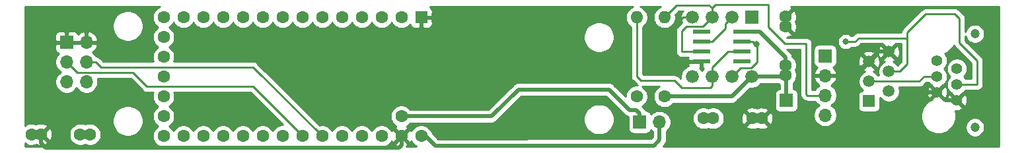
<source format=gbr>
G04 #@! TF.GenerationSoftware,KiCad,Pcbnew,5.1.5+dfsg1-2build2*
G04 #@! TF.CreationDate,2021-02-05T18:22:43+01:00*
G04 #@! TF.ProjectId,DNMS,444e4d53-2e6b-4696-9361-645f70636258,0.9.0*
G04 #@! TF.SameCoordinates,Original*
G04 #@! TF.FileFunction,Copper,L1,Top*
G04 #@! TF.FilePolarity,Positive*
%FSLAX46Y46*%
G04 Gerber Fmt 4.6, Leading zero omitted, Abs format (unit mm)*
G04 Created by KiCad (PCBNEW 5.1.5+dfsg1-2build2) date 2021-02-05 18:22:43*
%MOMM*%
%LPD*%
G04 APERTURE LIST*
%ADD10C,1.400000*%
%ADD11C,1.200000*%
%ADD12R,1.520000X1.520000*%
%ADD13C,1.520000*%
%ADD14R,1.700000X1.700000*%
%ADD15R,2.200000X0.600000*%
%ADD16C,1.600000*%
%ADD17R,1.600000X1.600000*%
%ADD18O,1.700000X1.700000*%
%ADD19R,1.676400X1.676400*%
%ADD20C,1.676400*%
%ADD21O,1.600000X1.600000*%
%ADD22C,0.800000*%
%ADD23C,0.500000*%
%ADD24C,0.250000*%
%ADD25C,0.254000*%
G04 APERTURE END LIST*
D10*
X178362480Y-82362200D03*
X180902480Y-83382200D03*
X178362480Y-84402200D03*
X180902480Y-85422200D03*
X178362480Y-86442200D03*
X180902480Y-87462200D03*
D11*
X183202480Y-90912200D03*
X183202480Y-78912200D03*
D12*
X169636440Y-87568560D03*
D13*
X172176440Y-86298560D03*
X169636440Y-85028560D03*
X172176440Y-83758560D03*
X169636440Y-82488560D03*
X172176440Y-81218560D03*
D14*
X159029400Y-87477600D03*
D15*
X153349000Y-82473800D03*
X153349000Y-81203800D03*
X153349000Y-78663800D03*
X148149000Y-82473800D03*
X148149000Y-81203800D03*
X148149000Y-78663800D03*
X153349000Y-79933800D03*
X148149000Y-79933800D03*
D16*
X154662200Y-89770200D03*
X149662200Y-89770200D03*
X148412200Y-89770200D03*
X155912200Y-89770200D03*
X158927800Y-77960400D03*
X158927800Y-82960400D03*
X158927800Y-84210400D03*
X158927800Y-76710400D03*
X63549200Y-91827400D03*
X68549200Y-91827400D03*
X69799200Y-91827400D03*
X62299200Y-91827400D03*
D17*
X112242600Y-76809600D03*
D16*
X109702600Y-76809600D03*
X107162600Y-76809600D03*
X104622600Y-76809600D03*
X102082600Y-76809600D03*
X99542600Y-76809600D03*
X97002600Y-76809600D03*
X94462600Y-76809600D03*
X91922600Y-76809600D03*
X89382600Y-76809600D03*
X86842600Y-76809600D03*
X84302600Y-76809600D03*
X81762600Y-76809600D03*
X109702600Y-89509600D03*
X112242600Y-92049600D03*
X109702600Y-92049600D03*
X107162600Y-92049600D03*
X104622600Y-92049600D03*
X102082600Y-92049600D03*
X99542600Y-92049600D03*
X97002600Y-92049600D03*
X94462600Y-92049600D03*
X91922600Y-92049600D03*
X89382600Y-92049600D03*
X86842600Y-92049600D03*
X84302600Y-92049600D03*
X81762600Y-92049600D03*
X79222600Y-76809600D03*
X79222600Y-79349600D03*
X79222600Y-81889600D03*
X79222600Y-92049600D03*
X79222600Y-89509600D03*
X79222600Y-86969600D03*
X79222600Y-84429600D03*
D18*
X69342000Y-85090000D03*
X66802000Y-85090000D03*
X69342000Y-82550000D03*
X66802000Y-82550000D03*
X69342000Y-80010000D03*
D14*
X66802000Y-80010000D03*
D18*
X164014400Y-89363800D03*
X164014400Y-86823800D03*
X164014400Y-84283800D03*
D14*
X164014400Y-81743800D03*
D18*
X142773400Y-90244800D03*
D14*
X140233400Y-90244800D03*
D19*
X154586000Y-76808000D03*
D20*
X152046000Y-76808000D03*
X149506000Y-76808000D03*
X146966000Y-76808000D03*
X146966000Y-84428000D03*
X149506000Y-84428000D03*
X152046000Y-84428000D03*
X154586000Y-84428000D03*
D21*
X139854000Y-76808000D03*
D16*
X139854000Y-86968000D03*
D21*
X143410000Y-76808000D03*
D16*
X143410000Y-86968000D03*
D22*
X74295000Y-85775800D03*
X126517400Y-81407000D03*
X85521800Y-87858600D03*
X82448400Y-79019400D03*
X155168600Y-80264000D03*
X166651560Y-79918560D03*
D23*
X112242600Y-78109600D02*
X112242600Y-76809600D01*
X107899200Y-90246200D02*
X107899200Y-90170000D01*
X107899200Y-90170000D02*
X106527600Y-88798400D01*
X109702600Y-92049600D02*
X107899200Y-90246200D01*
X106527600Y-88798400D02*
X106527600Y-83824600D01*
X106527600Y-83824600D02*
X112242600Y-78109600D01*
X109182970Y-93500600D02*
X71551800Y-93500600D01*
X71522220Y-93500600D02*
X64971600Y-93500600D01*
D24*
X145780607Y-76808000D02*
X144830800Y-77757807D01*
X146966000Y-76808000D02*
X145780607Y-76808000D01*
X144830800Y-77757807D02*
X144830800Y-82473800D01*
X144830800Y-82473800D02*
X148149000Y-82473800D01*
D23*
X170906440Y-81218560D02*
X169636440Y-82488560D01*
X172176440Y-81218560D02*
X170906440Y-81218560D01*
X168876441Y-83248559D02*
X167401181Y-83248559D01*
X169636440Y-82488560D02*
X168876441Y-83248559D01*
X166365940Y-84283800D02*
X164014400Y-84283800D01*
X166806880Y-83842860D02*
X166806880Y-92123260D01*
X166806880Y-83842860D02*
X166365940Y-84283800D01*
X167401181Y-83248559D02*
X166806880Y-83842860D01*
X166806880Y-92123260D02*
X166212520Y-92717620D01*
X158859620Y-92717620D02*
X155912200Y-89770200D01*
X166212520Y-92717620D02*
X158859620Y-92717620D01*
X109382970Y-93500600D02*
X109182970Y-93500600D01*
X109702600Y-93180970D02*
X109382970Y-93500600D01*
X109702600Y-92049600D02*
X109702600Y-93180970D01*
X64091030Y-93500600D02*
X64971600Y-93500600D01*
X63549200Y-92958770D02*
X64091030Y-93500600D01*
X63549200Y-91827400D02*
X63549200Y-92958770D01*
X179382480Y-87462200D02*
X180902480Y-87462200D01*
X178362480Y-86442200D02*
X179382480Y-87462200D01*
X166212520Y-92717620D02*
X170903900Y-92717620D01*
X177179320Y-86442200D02*
X178362480Y-86442200D01*
X170903900Y-92717620D02*
X177179320Y-86442200D01*
X152046000Y-86968000D02*
X154586000Y-84428000D01*
X143410000Y-86968000D02*
X152046000Y-86968000D01*
X155631200Y-78663800D02*
X153349000Y-78663800D01*
X158927800Y-81960400D02*
X155631200Y-78663800D01*
X158927800Y-87376000D02*
X159029400Y-87477600D01*
X159029400Y-84312000D02*
X158927800Y-84210400D01*
X159029400Y-87477600D02*
X159029400Y-84312000D01*
X158710200Y-84428000D02*
X158927800Y-84210400D01*
X154586000Y-84428000D02*
X158710200Y-84428000D01*
X158927800Y-81960400D02*
X158927800Y-82960400D01*
X158927800Y-82960400D02*
X158927800Y-84210400D01*
X142045081Y-93275200D02*
X137185400Y-93275200D01*
X114049610Y-93294990D02*
X137185400Y-93275200D01*
X142773400Y-91744800D02*
X142773400Y-90244800D01*
X142798800Y-91770200D02*
X142773400Y-91744800D01*
X148412200Y-89770200D02*
X149662200Y-89770200D01*
X142798800Y-92521481D02*
X142045081Y-93275200D01*
X142798800Y-91770200D02*
X142798800Y-92521481D01*
X112870260Y-92115640D02*
X114049610Y-93294990D01*
X112392460Y-92115640D02*
X112870260Y-92115640D01*
D24*
X154699000Y-79933800D02*
X155270200Y-80505000D01*
X153349000Y-79933800D02*
X154699000Y-79933800D01*
X153209201Y-83264799D02*
X152884199Y-83589801D01*
X154543003Y-83264799D02*
X153209201Y-83264799D01*
X155270200Y-82537602D02*
X154543003Y-83264799D01*
X152884199Y-83589801D02*
X152046000Y-84428000D01*
X155270200Y-80505000D02*
X155270200Y-80505000D01*
X155270200Y-80505000D02*
X155270200Y-80505000D01*
X155270200Y-80505000D02*
X155270200Y-82537602D01*
X174536100Y-82776060D02*
X173553600Y-83758560D01*
X173553600Y-83758560D02*
X172176440Y-83758560D01*
X174536100Y-79644240D02*
X174536100Y-82776060D01*
X174337980Y-79446120D02*
X174536100Y-79644240D01*
X174337980Y-79446120D02*
X168290240Y-79446120D01*
X167817800Y-79918560D02*
X166651560Y-79918560D01*
X168290240Y-79446120D02*
X167817800Y-79918560D01*
X174536100Y-79644240D02*
X174536100Y-78727300D01*
X174536100Y-78727300D02*
X176888140Y-76375260D01*
X176888140Y-76375260D02*
X180647340Y-76375260D01*
X180647340Y-76375260D02*
X181241700Y-76969620D01*
X181241700Y-76969620D02*
X181241700Y-80103980D01*
X181241700Y-80103980D02*
X183517540Y-82379820D01*
X183517540Y-82379820D02*
X183517540Y-85412580D01*
X183507920Y-85422200D02*
X180902480Y-85422200D01*
X183517540Y-85412580D02*
X183507920Y-85422200D01*
X149499000Y-79933800D02*
X148149000Y-79933800D01*
X151207801Y-78224999D02*
X149499000Y-79933800D01*
X151207801Y-77646199D02*
X151207801Y-78224999D01*
X152046000Y-76808000D02*
X151207801Y-77646199D01*
X176700720Y-84402200D02*
X178362480Y-84402200D01*
X176690020Y-84391500D02*
X176700720Y-84402200D01*
X176052960Y-85028560D02*
X176062640Y-85018880D01*
X169636440Y-85028560D02*
X176052960Y-85028560D01*
X176062640Y-85018880D02*
X176690020Y-84391500D01*
X139854000Y-84377200D02*
X139854000Y-76808000D01*
X140414400Y-84937600D02*
X139854000Y-84377200D01*
X149506000Y-85613393D02*
X149267393Y-85852000D01*
X149506000Y-84428000D02*
X149506000Y-85613393D01*
X144729200Y-84937600D02*
X140414400Y-84937600D01*
X149267393Y-85852000D02*
X145643600Y-85852000D01*
X145643600Y-85852000D02*
X144729200Y-84937600D01*
X149506000Y-83242607D02*
X151544807Y-81203800D01*
X151999000Y-81203800D02*
X153349000Y-81203800D01*
X151544807Y-81203800D02*
X151999000Y-81203800D01*
X149506000Y-84428000D02*
X149506000Y-83242607D01*
X144209999Y-76008001D02*
X144209999Y-75982601D01*
X143410000Y-76808000D02*
X144209999Y-76008001D01*
X149506000Y-75622607D02*
X149506000Y-76808000D01*
X149143593Y-75260200D02*
X149506000Y-75622607D01*
X144159199Y-76033401D02*
X144932400Y-75260200D01*
X144932400Y-75260200D02*
X149143593Y-75260200D01*
X149995407Y-75133200D02*
X156743400Y-75133200D01*
X149506000Y-75622607D02*
X149995407Y-75133200D01*
X156743400Y-75133200D02*
X156743400Y-78054200D01*
X156743400Y-78054200D02*
X158851600Y-80162400D01*
X148342799Y-77971201D02*
X146209199Y-77971201D01*
X149506000Y-76808000D02*
X148342799Y-77971201D01*
X146209199Y-77971201D02*
X145618200Y-78562200D01*
X145618200Y-78562200D02*
X145618200Y-81178400D01*
X145643600Y-81203800D02*
X148149000Y-81203800D01*
X145618200Y-81178400D02*
X145643600Y-81203800D01*
X162812319Y-86823800D02*
X162803179Y-86814660D01*
X164014400Y-86823800D02*
X162812319Y-86823800D01*
X162803179Y-86814660D02*
X161704020Y-86814660D01*
X161571940Y-86682580D02*
X161571940Y-80152240D01*
X158851600Y-80162400D02*
X161571940Y-80152240D01*
X161704020Y-86814660D02*
X161571940Y-86682580D01*
X68166999Y-83914999D02*
X75304399Y-83914999D01*
X66802000Y-82550000D02*
X68166999Y-83914999D01*
X75304399Y-83914999D02*
X77089000Y-85699600D01*
X90652600Y-85699600D02*
X97002600Y-92049600D01*
X77089000Y-85699600D02*
X90652600Y-85699600D01*
X70544081Y-82550000D02*
X71179081Y-83185000D01*
X69342000Y-82550000D02*
X70544081Y-82550000D01*
X90678000Y-83185000D02*
X99542600Y-92049600D01*
X71179081Y-83185000D02*
X90678000Y-83185000D01*
D23*
X136300200Y-86061600D02*
X124714000Y-86061600D01*
X140233400Y-89144800D02*
X139772700Y-88684100D01*
X140233400Y-90244800D02*
X140233400Y-89144800D01*
X138922700Y-88684100D02*
X136300200Y-86061600D01*
X139772700Y-88684100D02*
X138922700Y-88684100D01*
X124714000Y-86061600D02*
X124714000Y-86072980D01*
X121221500Y-89509600D02*
X121315480Y-89415620D01*
X109702600Y-89509600D02*
X121221500Y-89509600D01*
X124714000Y-86072980D02*
X121315480Y-89415620D01*
D25*
G36*
X78542873Y-75537920D02*
G01*
X78307841Y-75694963D01*
X78107963Y-75894841D01*
X77950920Y-76129873D01*
X77842747Y-76391026D01*
X77787600Y-76668265D01*
X77787600Y-76950935D01*
X77842747Y-77228174D01*
X77950920Y-77489327D01*
X78107963Y-77724359D01*
X78307841Y-77924237D01*
X78540359Y-78079600D01*
X78307841Y-78234963D01*
X78107963Y-78434841D01*
X77950920Y-78669873D01*
X77842747Y-78931026D01*
X77787600Y-79208265D01*
X77787600Y-79490935D01*
X77842747Y-79768174D01*
X77950920Y-80029327D01*
X78107963Y-80264359D01*
X78307841Y-80464237D01*
X78540359Y-80619600D01*
X78307841Y-80774963D01*
X78107963Y-80974841D01*
X77950920Y-81209873D01*
X77842747Y-81471026D01*
X77787600Y-81748265D01*
X77787600Y-82030935D01*
X77842747Y-82308174D01*
X77891138Y-82425000D01*
X71493883Y-82425000D01*
X71107884Y-82039002D01*
X71084082Y-82009999D01*
X70968357Y-81915026D01*
X70836328Y-81844454D01*
X70693067Y-81800997D01*
X70622909Y-81794087D01*
X70495475Y-81603368D01*
X70288632Y-81396525D01*
X70106466Y-81274805D01*
X70223355Y-81205178D01*
X70439588Y-81010269D01*
X70613641Y-80776920D01*
X70738825Y-80514099D01*
X70783476Y-80366890D01*
X70662155Y-80137000D01*
X69469000Y-80137000D01*
X69469000Y-80157000D01*
X69215000Y-80157000D01*
X69215000Y-80137000D01*
X66929000Y-80137000D01*
X66929000Y-80157000D01*
X66675000Y-80157000D01*
X66675000Y-80137000D01*
X65475750Y-80137000D01*
X65317000Y-80295750D01*
X65313928Y-80860000D01*
X65326188Y-80984482D01*
X65362498Y-81104180D01*
X65421463Y-81214494D01*
X65500815Y-81311185D01*
X65597506Y-81390537D01*
X65707820Y-81449502D01*
X65780380Y-81471513D01*
X65648525Y-81603368D01*
X65486010Y-81846589D01*
X65374068Y-82116842D01*
X65317000Y-82403740D01*
X65317000Y-82696260D01*
X65374068Y-82983158D01*
X65486010Y-83253411D01*
X65648525Y-83496632D01*
X65855368Y-83703475D01*
X66029760Y-83820000D01*
X65855368Y-83936525D01*
X65648525Y-84143368D01*
X65486010Y-84386589D01*
X65374068Y-84656842D01*
X65317000Y-84943740D01*
X65317000Y-85236260D01*
X65374068Y-85523158D01*
X65486010Y-85793411D01*
X65648525Y-86036632D01*
X65855368Y-86243475D01*
X66098589Y-86405990D01*
X66368842Y-86517932D01*
X66655740Y-86575000D01*
X66948260Y-86575000D01*
X67235158Y-86517932D01*
X67505411Y-86405990D01*
X67748632Y-86243475D01*
X67955475Y-86036632D01*
X68072000Y-85862240D01*
X68188525Y-86036632D01*
X68395368Y-86243475D01*
X68638589Y-86405990D01*
X68908842Y-86517932D01*
X69195740Y-86575000D01*
X69488260Y-86575000D01*
X69775158Y-86517932D01*
X70045411Y-86405990D01*
X70288632Y-86243475D01*
X70495475Y-86036632D01*
X70657990Y-85793411D01*
X70769932Y-85523158D01*
X70827000Y-85236260D01*
X70827000Y-84943740D01*
X70773544Y-84674999D01*
X74989598Y-84674999D01*
X76525200Y-86210602D01*
X76548999Y-86239601D01*
X76577997Y-86263399D01*
X76664723Y-86334574D01*
X76769618Y-86390642D01*
X76796753Y-86405146D01*
X76940014Y-86448603D01*
X77051667Y-86459600D01*
X77051677Y-86459600D01*
X77089000Y-86463276D01*
X77126323Y-86459600D01*
X77880617Y-86459600D01*
X77842747Y-86551026D01*
X77787600Y-86828265D01*
X77787600Y-87110935D01*
X77842747Y-87388174D01*
X77950920Y-87649327D01*
X78107963Y-87884359D01*
X78307841Y-88084237D01*
X78540359Y-88239600D01*
X78307841Y-88394963D01*
X78107963Y-88594841D01*
X77950920Y-88829873D01*
X77842747Y-89091026D01*
X77787600Y-89368265D01*
X77787600Y-89650935D01*
X77842747Y-89928174D01*
X77950920Y-90189327D01*
X78107963Y-90424359D01*
X78307841Y-90624237D01*
X78540359Y-90779600D01*
X78307841Y-90934963D01*
X78107963Y-91134841D01*
X77950920Y-91369873D01*
X77842747Y-91631026D01*
X77787600Y-91908265D01*
X77787600Y-92190935D01*
X77842747Y-92468174D01*
X77950920Y-92729327D01*
X78107963Y-92964359D01*
X78307841Y-93164237D01*
X78542873Y-93321280D01*
X78588067Y-93340000D01*
X61518400Y-93340000D01*
X61518400Y-92930177D01*
X61557686Y-93064071D01*
X61813196Y-93184971D01*
X62087384Y-93253700D01*
X62369712Y-93267617D01*
X62649330Y-93226187D01*
X62915492Y-93131003D01*
X62931292Y-93122558D01*
X63063196Y-93184971D01*
X63337384Y-93253700D01*
X63619712Y-93267617D01*
X63899330Y-93226187D01*
X64165492Y-93131003D01*
X64290714Y-93064071D01*
X64362297Y-92820102D01*
X63696621Y-92154426D01*
X63725500Y-92039216D01*
X63735606Y-91834201D01*
X64541902Y-92640497D01*
X64785871Y-92568914D01*
X64906771Y-92313404D01*
X64975500Y-92039216D01*
X64989417Y-91756888D01*
X64978924Y-91686065D01*
X67114200Y-91686065D01*
X67114200Y-91968735D01*
X67169347Y-92245974D01*
X67277520Y-92507127D01*
X67434563Y-92742159D01*
X67634441Y-92942037D01*
X67869473Y-93099080D01*
X68130626Y-93207253D01*
X68407865Y-93262400D01*
X68690535Y-93262400D01*
X68967774Y-93207253D01*
X69174200Y-93121749D01*
X69380626Y-93207253D01*
X69657865Y-93262400D01*
X69940535Y-93262400D01*
X70217774Y-93207253D01*
X70478927Y-93099080D01*
X70713959Y-92942037D01*
X70913837Y-92742159D01*
X71070880Y-92507127D01*
X71179053Y-92245974D01*
X71234200Y-91968735D01*
X71234200Y-91686065D01*
X71179053Y-91408826D01*
X71070880Y-91147673D01*
X70913837Y-90912641D01*
X70713959Y-90712763D01*
X70478927Y-90555720D01*
X70217774Y-90447547D01*
X69940535Y-90392400D01*
X69657865Y-90392400D01*
X69380626Y-90447547D01*
X69174200Y-90533051D01*
X68967774Y-90447547D01*
X68690535Y-90392400D01*
X68407865Y-90392400D01*
X68130626Y-90447547D01*
X67869473Y-90555720D01*
X67634441Y-90712763D01*
X67434563Y-90912641D01*
X67277520Y-91147673D01*
X67169347Y-91408826D01*
X67114200Y-91686065D01*
X64978924Y-91686065D01*
X64947987Y-91477270D01*
X64852803Y-91211108D01*
X64785871Y-91085886D01*
X64541902Y-91014303D01*
X63736311Y-91819894D01*
X63739417Y-91756888D01*
X63700792Y-91496203D01*
X64362297Y-90834698D01*
X64290714Y-90590729D01*
X64035204Y-90469829D01*
X63761016Y-90401100D01*
X63478688Y-90387183D01*
X63199070Y-90428613D01*
X62932908Y-90523797D01*
X62917108Y-90532242D01*
X62785204Y-90469829D01*
X62511016Y-90401100D01*
X62228688Y-90387183D01*
X61949070Y-90428613D01*
X61682908Y-90523797D01*
X61557686Y-90590729D01*
X61518400Y-90724623D01*
X61518400Y-89904495D01*
X72658000Y-89904495D01*
X72658000Y-90295505D01*
X72734282Y-90679003D01*
X72883915Y-91040250D01*
X73101149Y-91365364D01*
X73377636Y-91641851D01*
X73702750Y-91859085D01*
X74063997Y-92008718D01*
X74447495Y-92085000D01*
X74838505Y-92085000D01*
X75222003Y-92008718D01*
X75583250Y-91859085D01*
X75908364Y-91641851D01*
X76184851Y-91365364D01*
X76402085Y-91040250D01*
X76551718Y-90679003D01*
X76628000Y-90295505D01*
X76628000Y-89904495D01*
X76551718Y-89520997D01*
X76402085Y-89159750D01*
X76184851Y-88834636D01*
X75908364Y-88558149D01*
X75583250Y-88340915D01*
X75222003Y-88191282D01*
X74838505Y-88115000D01*
X74447495Y-88115000D01*
X74063997Y-88191282D01*
X73702750Y-88340915D01*
X73377636Y-88558149D01*
X73101149Y-88834636D01*
X72883915Y-89159750D01*
X72734282Y-89520997D01*
X72658000Y-89904495D01*
X61518400Y-89904495D01*
X61518400Y-79160000D01*
X65313928Y-79160000D01*
X65317000Y-79724250D01*
X65475750Y-79883000D01*
X66675000Y-79883000D01*
X66675000Y-78683750D01*
X66929000Y-78683750D01*
X66929000Y-79883000D01*
X69215000Y-79883000D01*
X69215000Y-78689186D01*
X69469000Y-78689186D01*
X69469000Y-79883000D01*
X70662155Y-79883000D01*
X70783476Y-79653110D01*
X70738825Y-79505901D01*
X70613641Y-79243080D01*
X70439588Y-79009731D01*
X70223355Y-78814822D01*
X69973252Y-78665843D01*
X69698891Y-78568519D01*
X69469000Y-78689186D01*
X69215000Y-78689186D01*
X68985109Y-78568519D01*
X68710748Y-78665843D01*
X68460645Y-78814822D01*
X68264498Y-78991626D01*
X68241502Y-78915820D01*
X68182537Y-78805506D01*
X68103185Y-78708815D01*
X68006494Y-78629463D01*
X67896180Y-78570498D01*
X67776482Y-78534188D01*
X67652000Y-78521928D01*
X67087750Y-78525000D01*
X66929000Y-78683750D01*
X66675000Y-78683750D01*
X66516250Y-78525000D01*
X65952000Y-78521928D01*
X65827518Y-78534188D01*
X65707820Y-78570498D01*
X65597506Y-78629463D01*
X65500815Y-78708815D01*
X65421463Y-78805506D01*
X65362498Y-78915820D01*
X65326188Y-79035518D01*
X65313928Y-79160000D01*
X61518400Y-79160000D01*
X61518400Y-77728495D01*
X72658000Y-77728495D01*
X72658000Y-78119505D01*
X72734282Y-78503003D01*
X72883915Y-78864250D01*
X73101149Y-79189364D01*
X73377636Y-79465851D01*
X73702750Y-79683085D01*
X74063997Y-79832718D01*
X74447495Y-79909000D01*
X74838505Y-79909000D01*
X75222003Y-79832718D01*
X75583250Y-79683085D01*
X75908364Y-79465851D01*
X76184851Y-79189364D01*
X76402085Y-78864250D01*
X76551718Y-78503003D01*
X76628000Y-78119505D01*
X76628000Y-77728495D01*
X76551718Y-77344997D01*
X76402085Y-76983750D01*
X76184851Y-76658636D01*
X75908364Y-76382149D01*
X75583250Y-76164915D01*
X75222003Y-76015282D01*
X74838505Y-75939000D01*
X74447495Y-75939000D01*
X74063997Y-76015282D01*
X73702750Y-76164915D01*
X73377636Y-76382149D01*
X73101149Y-76658636D01*
X72883915Y-76983750D01*
X72734282Y-77344997D01*
X72658000Y-77728495D01*
X61518400Y-77728495D01*
X61518400Y-75459800D01*
X78731472Y-75459800D01*
X78542873Y-75537920D01*
G37*
X78542873Y-75537920D02*
X78307841Y-75694963D01*
X78107963Y-75894841D01*
X77950920Y-76129873D01*
X77842747Y-76391026D01*
X77787600Y-76668265D01*
X77787600Y-76950935D01*
X77842747Y-77228174D01*
X77950920Y-77489327D01*
X78107963Y-77724359D01*
X78307841Y-77924237D01*
X78540359Y-78079600D01*
X78307841Y-78234963D01*
X78107963Y-78434841D01*
X77950920Y-78669873D01*
X77842747Y-78931026D01*
X77787600Y-79208265D01*
X77787600Y-79490935D01*
X77842747Y-79768174D01*
X77950920Y-80029327D01*
X78107963Y-80264359D01*
X78307841Y-80464237D01*
X78540359Y-80619600D01*
X78307841Y-80774963D01*
X78107963Y-80974841D01*
X77950920Y-81209873D01*
X77842747Y-81471026D01*
X77787600Y-81748265D01*
X77787600Y-82030935D01*
X77842747Y-82308174D01*
X77891138Y-82425000D01*
X71493883Y-82425000D01*
X71107884Y-82039002D01*
X71084082Y-82009999D01*
X70968357Y-81915026D01*
X70836328Y-81844454D01*
X70693067Y-81800997D01*
X70622909Y-81794087D01*
X70495475Y-81603368D01*
X70288632Y-81396525D01*
X70106466Y-81274805D01*
X70223355Y-81205178D01*
X70439588Y-81010269D01*
X70613641Y-80776920D01*
X70738825Y-80514099D01*
X70783476Y-80366890D01*
X70662155Y-80137000D01*
X69469000Y-80137000D01*
X69469000Y-80157000D01*
X69215000Y-80157000D01*
X69215000Y-80137000D01*
X66929000Y-80137000D01*
X66929000Y-80157000D01*
X66675000Y-80157000D01*
X66675000Y-80137000D01*
X65475750Y-80137000D01*
X65317000Y-80295750D01*
X65313928Y-80860000D01*
X65326188Y-80984482D01*
X65362498Y-81104180D01*
X65421463Y-81214494D01*
X65500815Y-81311185D01*
X65597506Y-81390537D01*
X65707820Y-81449502D01*
X65780380Y-81471513D01*
X65648525Y-81603368D01*
X65486010Y-81846589D01*
X65374068Y-82116842D01*
X65317000Y-82403740D01*
X65317000Y-82696260D01*
X65374068Y-82983158D01*
X65486010Y-83253411D01*
X65648525Y-83496632D01*
X65855368Y-83703475D01*
X66029760Y-83820000D01*
X65855368Y-83936525D01*
X65648525Y-84143368D01*
X65486010Y-84386589D01*
X65374068Y-84656842D01*
X65317000Y-84943740D01*
X65317000Y-85236260D01*
X65374068Y-85523158D01*
X65486010Y-85793411D01*
X65648525Y-86036632D01*
X65855368Y-86243475D01*
X66098589Y-86405990D01*
X66368842Y-86517932D01*
X66655740Y-86575000D01*
X66948260Y-86575000D01*
X67235158Y-86517932D01*
X67505411Y-86405990D01*
X67748632Y-86243475D01*
X67955475Y-86036632D01*
X68072000Y-85862240D01*
X68188525Y-86036632D01*
X68395368Y-86243475D01*
X68638589Y-86405990D01*
X68908842Y-86517932D01*
X69195740Y-86575000D01*
X69488260Y-86575000D01*
X69775158Y-86517932D01*
X70045411Y-86405990D01*
X70288632Y-86243475D01*
X70495475Y-86036632D01*
X70657990Y-85793411D01*
X70769932Y-85523158D01*
X70827000Y-85236260D01*
X70827000Y-84943740D01*
X70773544Y-84674999D01*
X74989598Y-84674999D01*
X76525200Y-86210602D01*
X76548999Y-86239601D01*
X76577997Y-86263399D01*
X76664723Y-86334574D01*
X76769618Y-86390642D01*
X76796753Y-86405146D01*
X76940014Y-86448603D01*
X77051667Y-86459600D01*
X77051677Y-86459600D01*
X77089000Y-86463276D01*
X77126323Y-86459600D01*
X77880617Y-86459600D01*
X77842747Y-86551026D01*
X77787600Y-86828265D01*
X77787600Y-87110935D01*
X77842747Y-87388174D01*
X77950920Y-87649327D01*
X78107963Y-87884359D01*
X78307841Y-88084237D01*
X78540359Y-88239600D01*
X78307841Y-88394963D01*
X78107963Y-88594841D01*
X77950920Y-88829873D01*
X77842747Y-89091026D01*
X77787600Y-89368265D01*
X77787600Y-89650935D01*
X77842747Y-89928174D01*
X77950920Y-90189327D01*
X78107963Y-90424359D01*
X78307841Y-90624237D01*
X78540359Y-90779600D01*
X78307841Y-90934963D01*
X78107963Y-91134841D01*
X77950920Y-91369873D01*
X77842747Y-91631026D01*
X77787600Y-91908265D01*
X77787600Y-92190935D01*
X77842747Y-92468174D01*
X77950920Y-92729327D01*
X78107963Y-92964359D01*
X78307841Y-93164237D01*
X78542873Y-93321280D01*
X78588067Y-93340000D01*
X61518400Y-93340000D01*
X61518400Y-92930177D01*
X61557686Y-93064071D01*
X61813196Y-93184971D01*
X62087384Y-93253700D01*
X62369712Y-93267617D01*
X62649330Y-93226187D01*
X62915492Y-93131003D01*
X62931292Y-93122558D01*
X63063196Y-93184971D01*
X63337384Y-93253700D01*
X63619712Y-93267617D01*
X63899330Y-93226187D01*
X64165492Y-93131003D01*
X64290714Y-93064071D01*
X64362297Y-92820102D01*
X63696621Y-92154426D01*
X63725500Y-92039216D01*
X63735606Y-91834201D01*
X64541902Y-92640497D01*
X64785871Y-92568914D01*
X64906771Y-92313404D01*
X64975500Y-92039216D01*
X64989417Y-91756888D01*
X64978924Y-91686065D01*
X67114200Y-91686065D01*
X67114200Y-91968735D01*
X67169347Y-92245974D01*
X67277520Y-92507127D01*
X67434563Y-92742159D01*
X67634441Y-92942037D01*
X67869473Y-93099080D01*
X68130626Y-93207253D01*
X68407865Y-93262400D01*
X68690535Y-93262400D01*
X68967774Y-93207253D01*
X69174200Y-93121749D01*
X69380626Y-93207253D01*
X69657865Y-93262400D01*
X69940535Y-93262400D01*
X70217774Y-93207253D01*
X70478927Y-93099080D01*
X70713959Y-92942037D01*
X70913837Y-92742159D01*
X71070880Y-92507127D01*
X71179053Y-92245974D01*
X71234200Y-91968735D01*
X71234200Y-91686065D01*
X71179053Y-91408826D01*
X71070880Y-91147673D01*
X70913837Y-90912641D01*
X70713959Y-90712763D01*
X70478927Y-90555720D01*
X70217774Y-90447547D01*
X69940535Y-90392400D01*
X69657865Y-90392400D01*
X69380626Y-90447547D01*
X69174200Y-90533051D01*
X68967774Y-90447547D01*
X68690535Y-90392400D01*
X68407865Y-90392400D01*
X68130626Y-90447547D01*
X67869473Y-90555720D01*
X67634441Y-90712763D01*
X67434563Y-90912641D01*
X67277520Y-91147673D01*
X67169347Y-91408826D01*
X67114200Y-91686065D01*
X64978924Y-91686065D01*
X64947987Y-91477270D01*
X64852803Y-91211108D01*
X64785871Y-91085886D01*
X64541902Y-91014303D01*
X63736311Y-91819894D01*
X63739417Y-91756888D01*
X63700792Y-91496203D01*
X64362297Y-90834698D01*
X64290714Y-90590729D01*
X64035204Y-90469829D01*
X63761016Y-90401100D01*
X63478688Y-90387183D01*
X63199070Y-90428613D01*
X62932908Y-90523797D01*
X62917108Y-90532242D01*
X62785204Y-90469829D01*
X62511016Y-90401100D01*
X62228688Y-90387183D01*
X61949070Y-90428613D01*
X61682908Y-90523797D01*
X61557686Y-90590729D01*
X61518400Y-90724623D01*
X61518400Y-89904495D01*
X72658000Y-89904495D01*
X72658000Y-90295505D01*
X72734282Y-90679003D01*
X72883915Y-91040250D01*
X73101149Y-91365364D01*
X73377636Y-91641851D01*
X73702750Y-91859085D01*
X74063997Y-92008718D01*
X74447495Y-92085000D01*
X74838505Y-92085000D01*
X75222003Y-92008718D01*
X75583250Y-91859085D01*
X75908364Y-91641851D01*
X76184851Y-91365364D01*
X76402085Y-91040250D01*
X76551718Y-90679003D01*
X76628000Y-90295505D01*
X76628000Y-89904495D01*
X76551718Y-89520997D01*
X76402085Y-89159750D01*
X76184851Y-88834636D01*
X75908364Y-88558149D01*
X75583250Y-88340915D01*
X75222003Y-88191282D01*
X74838505Y-88115000D01*
X74447495Y-88115000D01*
X74063997Y-88191282D01*
X73702750Y-88340915D01*
X73377636Y-88558149D01*
X73101149Y-88834636D01*
X72883915Y-89159750D01*
X72734282Y-89520997D01*
X72658000Y-89904495D01*
X61518400Y-89904495D01*
X61518400Y-79160000D01*
X65313928Y-79160000D01*
X65317000Y-79724250D01*
X65475750Y-79883000D01*
X66675000Y-79883000D01*
X66675000Y-78683750D01*
X66929000Y-78683750D01*
X66929000Y-79883000D01*
X69215000Y-79883000D01*
X69215000Y-78689186D01*
X69469000Y-78689186D01*
X69469000Y-79883000D01*
X70662155Y-79883000D01*
X70783476Y-79653110D01*
X70738825Y-79505901D01*
X70613641Y-79243080D01*
X70439588Y-79009731D01*
X70223355Y-78814822D01*
X69973252Y-78665843D01*
X69698891Y-78568519D01*
X69469000Y-78689186D01*
X69215000Y-78689186D01*
X68985109Y-78568519D01*
X68710748Y-78665843D01*
X68460645Y-78814822D01*
X68264498Y-78991626D01*
X68241502Y-78915820D01*
X68182537Y-78805506D01*
X68103185Y-78708815D01*
X68006494Y-78629463D01*
X67896180Y-78570498D01*
X67776482Y-78534188D01*
X67652000Y-78521928D01*
X67087750Y-78525000D01*
X66929000Y-78683750D01*
X66675000Y-78683750D01*
X66516250Y-78525000D01*
X65952000Y-78521928D01*
X65827518Y-78534188D01*
X65707820Y-78570498D01*
X65597506Y-78629463D01*
X65500815Y-78708815D01*
X65421463Y-78805506D01*
X65362498Y-78915820D01*
X65326188Y-79035518D01*
X65313928Y-79160000D01*
X61518400Y-79160000D01*
X61518400Y-77728495D01*
X72658000Y-77728495D01*
X72658000Y-78119505D01*
X72734282Y-78503003D01*
X72883915Y-78864250D01*
X73101149Y-79189364D01*
X73377636Y-79465851D01*
X73702750Y-79683085D01*
X74063997Y-79832718D01*
X74447495Y-79909000D01*
X74838505Y-79909000D01*
X75222003Y-79832718D01*
X75583250Y-79683085D01*
X75908364Y-79465851D01*
X76184851Y-79189364D01*
X76402085Y-78864250D01*
X76551718Y-78503003D01*
X76628000Y-78119505D01*
X76628000Y-77728495D01*
X76551718Y-77344997D01*
X76402085Y-76983750D01*
X76184851Y-76658636D01*
X75908364Y-76382149D01*
X75583250Y-76164915D01*
X75222003Y-76015282D01*
X74838505Y-75939000D01*
X74447495Y-75939000D01*
X74063997Y-76015282D01*
X73702750Y-76164915D01*
X73377636Y-76382149D01*
X73101149Y-76658636D01*
X72883915Y-76983750D01*
X72734282Y-77344997D01*
X72658000Y-77728495D01*
X61518400Y-77728495D01*
X61518400Y-75459800D01*
X78731472Y-75459800D01*
X78542873Y-75537920D01*
G36*
X186301801Y-93340000D02*
G01*
X143231860Y-93340000D01*
X143393849Y-93178011D01*
X143427617Y-93150298D01*
X143467493Y-93101710D01*
X143538211Y-93015540D01*
X143620389Y-92861795D01*
X143670995Y-92694971D01*
X143676992Y-92634082D01*
X143683800Y-92564958D01*
X143683800Y-92564950D01*
X143688081Y-92521481D01*
X143683800Y-92478012D01*
X143683800Y-91813666D01*
X143688081Y-91770199D01*
X143683800Y-91726733D01*
X143683800Y-91726723D01*
X143670995Y-91596710D01*
X143658400Y-91555191D01*
X143658400Y-91439456D01*
X143720032Y-91398275D01*
X143926875Y-91191432D01*
X144089390Y-90948211D01*
X144201332Y-90677958D01*
X144258400Y-90391060D01*
X144258400Y-90098540D01*
X144201332Y-89811642D01*
X144125624Y-89628865D01*
X146977200Y-89628865D01*
X146977200Y-89911535D01*
X147032347Y-90188774D01*
X147140520Y-90449927D01*
X147297563Y-90684959D01*
X147497441Y-90884837D01*
X147732473Y-91041880D01*
X147993626Y-91150053D01*
X148270865Y-91205200D01*
X148553535Y-91205200D01*
X148830774Y-91150053D01*
X149037200Y-91064549D01*
X149243626Y-91150053D01*
X149520865Y-91205200D01*
X149803535Y-91205200D01*
X150080774Y-91150053D01*
X150341927Y-91041880D01*
X150576959Y-90884837D01*
X150776837Y-90684959D01*
X150933880Y-90449927D01*
X151042053Y-90188774D01*
X151097200Y-89911535D01*
X151097200Y-89840712D01*
X153221983Y-89840712D01*
X153263413Y-90120330D01*
X153358597Y-90386492D01*
X153425529Y-90511714D01*
X153669498Y-90583297D01*
X154475089Y-89777706D01*
X154471983Y-89840712D01*
X154510608Y-90101397D01*
X153849103Y-90762902D01*
X153920686Y-91006871D01*
X154176196Y-91127771D01*
X154450384Y-91196500D01*
X154732712Y-91210417D01*
X155012330Y-91168987D01*
X155278492Y-91073803D01*
X155294292Y-91065358D01*
X155426196Y-91127771D01*
X155700384Y-91196500D01*
X155982712Y-91210417D01*
X156262330Y-91168987D01*
X156528492Y-91073803D01*
X156653714Y-91006871D01*
X156725297Y-90762902D01*
X156059621Y-90097226D01*
X156088500Y-89982016D01*
X156098606Y-89777001D01*
X156904902Y-90583297D01*
X157148871Y-90511714D01*
X157269771Y-90256204D01*
X157338500Y-89982016D01*
X157352417Y-89699688D01*
X157310987Y-89420070D01*
X157215803Y-89153908D01*
X157148871Y-89028686D01*
X156904902Y-88957103D01*
X156099311Y-89762694D01*
X156102417Y-89699688D01*
X156063792Y-89439003D01*
X156725297Y-88777498D01*
X156653714Y-88533529D01*
X156398204Y-88412629D01*
X156124016Y-88343900D01*
X155841688Y-88329983D01*
X155562070Y-88371413D01*
X155295908Y-88466597D01*
X155280108Y-88475042D01*
X155148204Y-88412629D01*
X154874016Y-88343900D01*
X154591688Y-88329983D01*
X154312070Y-88371413D01*
X154045908Y-88466597D01*
X153920686Y-88533529D01*
X153849103Y-88777498D01*
X154514779Y-89443174D01*
X154485900Y-89558384D01*
X154475794Y-89763399D01*
X153669498Y-88957103D01*
X153425529Y-89028686D01*
X153304629Y-89284196D01*
X153235900Y-89558384D01*
X153221983Y-89840712D01*
X151097200Y-89840712D01*
X151097200Y-89628865D01*
X151042053Y-89351626D01*
X150933880Y-89090473D01*
X150776837Y-88855441D01*
X150576959Y-88655563D01*
X150341927Y-88498520D01*
X150080774Y-88390347D01*
X149803535Y-88335200D01*
X149520865Y-88335200D01*
X149243626Y-88390347D01*
X149037200Y-88475851D01*
X148830774Y-88390347D01*
X148553535Y-88335200D01*
X148270865Y-88335200D01*
X147993626Y-88390347D01*
X147732473Y-88498520D01*
X147497441Y-88655563D01*
X147297563Y-88855441D01*
X147140520Y-89090473D01*
X147032347Y-89351626D01*
X146977200Y-89628865D01*
X144125624Y-89628865D01*
X144089390Y-89541389D01*
X143926875Y-89298168D01*
X143720032Y-89091325D01*
X143476811Y-88928810D01*
X143206558Y-88816868D01*
X142919660Y-88759800D01*
X142627140Y-88759800D01*
X142340242Y-88816868D01*
X142069989Y-88928810D01*
X141826768Y-89091325D01*
X141694913Y-89223180D01*
X141672902Y-89150620D01*
X141613937Y-89040306D01*
X141534585Y-88943615D01*
X141437894Y-88864263D01*
X141327580Y-88805298D01*
X141207882Y-88768988D01*
X141083400Y-88756728D01*
X141029462Y-88756728D01*
X140972811Y-88650741D01*
X140862217Y-88515983D01*
X140828444Y-88488266D01*
X140561381Y-88221203D01*
X140768759Y-88082637D01*
X140968637Y-87882759D01*
X141125680Y-87647727D01*
X141233853Y-87386574D01*
X141289000Y-87109335D01*
X141289000Y-86826665D01*
X141233853Y-86549426D01*
X141125680Y-86288273D01*
X140968637Y-86053241D01*
X140768759Y-85853363D01*
X140535643Y-85697600D01*
X142728357Y-85697600D01*
X142495241Y-85853363D01*
X142295363Y-86053241D01*
X142138320Y-86288273D01*
X142030147Y-86549426D01*
X141975000Y-86826665D01*
X141975000Y-87109335D01*
X142030147Y-87386574D01*
X142138320Y-87647727D01*
X142295363Y-87882759D01*
X142495241Y-88082637D01*
X142730273Y-88239680D01*
X142991426Y-88347853D01*
X143268665Y-88403000D01*
X143551335Y-88403000D01*
X143828574Y-88347853D01*
X144089727Y-88239680D01*
X144324759Y-88082637D01*
X144524637Y-87882759D01*
X144544521Y-87853000D01*
X152002531Y-87853000D01*
X152046000Y-87857281D01*
X152089469Y-87853000D01*
X152089477Y-87853000D01*
X152219490Y-87840195D01*
X152386313Y-87789589D01*
X152540059Y-87707411D01*
X152674817Y-87596817D01*
X152702534Y-87563044D01*
X154377075Y-85888504D01*
X154440902Y-85901200D01*
X154731098Y-85901200D01*
X155015717Y-85844586D01*
X155283822Y-85733533D01*
X155525110Y-85572309D01*
X155730309Y-85367110D01*
X155766464Y-85313000D01*
X158001004Y-85313000D01*
X158013041Y-85325037D01*
X158144401Y-85412809D01*
X158144400Y-85992975D01*
X158054918Y-86001788D01*
X157935220Y-86038098D01*
X157824906Y-86097063D01*
X157728215Y-86176415D01*
X157648863Y-86273106D01*
X157589898Y-86383420D01*
X157553588Y-86503118D01*
X157541328Y-86627600D01*
X157541328Y-88327600D01*
X157553588Y-88452082D01*
X157589898Y-88571780D01*
X157648863Y-88682094D01*
X157728215Y-88778785D01*
X157824906Y-88858137D01*
X157935220Y-88917102D01*
X158054918Y-88953412D01*
X158179400Y-88965672D01*
X159879400Y-88965672D01*
X160003882Y-88953412D01*
X160123580Y-88917102D01*
X160233894Y-88858137D01*
X160330585Y-88778785D01*
X160409937Y-88682094D01*
X160468902Y-88571780D01*
X160505212Y-88452082D01*
X160517472Y-88327600D01*
X160517472Y-86627600D01*
X160505212Y-86503118D01*
X160468902Y-86383420D01*
X160409937Y-86273106D01*
X160330585Y-86176415D01*
X160233894Y-86097063D01*
X160123580Y-86038098D01*
X160003882Y-86001788D01*
X159914400Y-85992975D01*
X159914400Y-85253196D01*
X160042437Y-85125159D01*
X160199480Y-84890127D01*
X160307653Y-84628974D01*
X160362800Y-84351735D01*
X160362800Y-84069065D01*
X160307653Y-83791826D01*
X160222149Y-83585400D01*
X160307653Y-83378974D01*
X160362800Y-83101735D01*
X160362800Y-82819065D01*
X160307653Y-82541826D01*
X160199480Y-82280673D01*
X160042437Y-82045641D01*
X159842559Y-81845763D01*
X159803201Y-81819465D01*
X159799995Y-81786910D01*
X159749389Y-81620087D01*
X159667211Y-81466341D01*
X159556617Y-81331583D01*
X159522850Y-81303871D01*
X159140306Y-80921327D01*
X160811941Y-80915084D01*
X160811940Y-86645257D01*
X160808264Y-86682580D01*
X160811940Y-86719902D01*
X160811940Y-86719912D01*
X160822937Y-86831565D01*
X160862583Y-86962262D01*
X160866394Y-86974826D01*
X160936966Y-87106856D01*
X160965390Y-87141490D01*
X161031939Y-87222581D01*
X161060943Y-87246384D01*
X161140216Y-87325657D01*
X161164019Y-87354661D01*
X161279744Y-87449634D01*
X161411773Y-87520206D01*
X161555034Y-87563663D01*
X161666687Y-87574660D01*
X161666697Y-87574660D01*
X161704019Y-87578336D01*
X161741342Y-87574660D01*
X162682187Y-87574660D01*
X162733491Y-87579713D01*
X162860925Y-87770432D01*
X163067768Y-87977275D01*
X163242160Y-88093800D01*
X163067768Y-88210325D01*
X162860925Y-88417168D01*
X162698410Y-88660389D01*
X162586468Y-88930642D01*
X162529400Y-89217540D01*
X162529400Y-89510060D01*
X162586468Y-89796958D01*
X162698410Y-90067211D01*
X162860925Y-90310432D01*
X163067768Y-90517275D01*
X163310989Y-90679790D01*
X163581242Y-90791732D01*
X163868140Y-90848800D01*
X164160660Y-90848800D01*
X164447558Y-90791732D01*
X164717811Y-90679790D01*
X164961032Y-90517275D01*
X165167875Y-90310432D01*
X165330390Y-90067211D01*
X165442332Y-89796958D01*
X165499400Y-89510060D01*
X165499400Y-89255969D01*
X176266440Y-89255969D01*
X176266440Y-89701151D01*
X176353291Y-90137778D01*
X176523654Y-90549071D01*
X176770984Y-90919226D01*
X177085774Y-91234016D01*
X177455929Y-91481346D01*
X177867222Y-91651709D01*
X178303849Y-91738560D01*
X178749031Y-91738560D01*
X179185658Y-91651709D01*
X179596951Y-91481346D01*
X179967106Y-91234016D01*
X180281896Y-90919226D01*
X180367865Y-90790563D01*
X181967480Y-90790563D01*
X181967480Y-91033837D01*
X182014940Y-91272436D01*
X182108037Y-91497192D01*
X182243193Y-91699467D01*
X182415213Y-91871487D01*
X182617488Y-92006643D01*
X182842244Y-92099740D01*
X183080843Y-92147200D01*
X183324117Y-92147200D01*
X183562716Y-92099740D01*
X183787472Y-92006643D01*
X183989747Y-91871487D01*
X184161767Y-91699467D01*
X184296923Y-91497192D01*
X184390020Y-91272436D01*
X184437480Y-91033837D01*
X184437480Y-90790563D01*
X184390020Y-90551964D01*
X184296923Y-90327208D01*
X184161767Y-90124933D01*
X183989747Y-89952913D01*
X183787472Y-89817757D01*
X183562716Y-89724660D01*
X183324117Y-89677200D01*
X183080843Y-89677200D01*
X182842244Y-89724660D01*
X182617488Y-89817757D01*
X182415213Y-89952913D01*
X182243193Y-90124933D01*
X182108037Y-90327208D01*
X182014940Y-90551964D01*
X181967480Y-90790563D01*
X180367865Y-90790563D01*
X180529226Y-90549071D01*
X180699589Y-90137778D01*
X180786440Y-89701151D01*
X180786440Y-89255969D01*
X180699589Y-88819342D01*
X180684605Y-88783168D01*
X180714220Y-88790383D01*
X180976953Y-88801590D01*
X181236824Y-88761325D01*
X181483846Y-88671135D01*
X181584683Y-88617237D01*
X181644144Y-88383469D01*
X180902480Y-87641805D01*
X180888338Y-87655948D01*
X180708733Y-87476343D01*
X180722875Y-87462200D01*
X181082085Y-87462200D01*
X181823749Y-88203864D01*
X182057517Y-88144403D01*
X182168414Y-87905958D01*
X182230663Y-87650460D01*
X182241870Y-87387727D01*
X182201605Y-87127856D01*
X182111415Y-86880834D01*
X182057517Y-86779997D01*
X181823749Y-86720536D01*
X181082085Y-87462200D01*
X180722875Y-87462200D01*
X179981211Y-86720536D01*
X179747443Y-86779997D01*
X179636546Y-87018442D01*
X179574297Y-87273940D01*
X179566230Y-87463049D01*
X179334047Y-87366875D01*
X179400405Y-87300517D01*
X179283751Y-87183863D01*
X179517517Y-87124403D01*
X179628414Y-86885958D01*
X179690663Y-86630460D01*
X179701870Y-86367727D01*
X179661605Y-86107856D01*
X179571415Y-85860834D01*
X179517517Y-85759997D01*
X179283749Y-85700536D01*
X178542085Y-86442200D01*
X178556228Y-86456343D01*
X178376623Y-86635948D01*
X178362480Y-86621805D01*
X177620816Y-87363469D01*
X177630943Y-87403281D01*
X177455929Y-87475774D01*
X177085774Y-87723104D01*
X176770984Y-88037894D01*
X176523654Y-88408049D01*
X176353291Y-88819342D01*
X176266440Y-89255969D01*
X165499400Y-89255969D01*
X165499400Y-89217540D01*
X165442332Y-88930642D01*
X165330390Y-88660389D01*
X165167875Y-88417168D01*
X164961032Y-88210325D01*
X164786640Y-88093800D01*
X164961032Y-87977275D01*
X165167875Y-87770432D01*
X165330390Y-87527211D01*
X165442332Y-87256958D01*
X165499400Y-86970060D01*
X165499400Y-86677540D01*
X165442332Y-86390642D01*
X165330390Y-86120389D01*
X165167875Y-85877168D01*
X164961032Y-85670325D01*
X164778866Y-85548605D01*
X164895755Y-85478978D01*
X165111988Y-85284069D01*
X165286041Y-85050720D01*
X165411225Y-84787899D01*
X165455876Y-84640690D01*
X165334555Y-84410800D01*
X164141400Y-84410800D01*
X164141400Y-84430800D01*
X163887400Y-84430800D01*
X163887400Y-84410800D01*
X162694245Y-84410800D01*
X162572924Y-84640690D01*
X162617575Y-84787899D01*
X162742759Y-85050720D01*
X162916812Y-85284069D01*
X163133045Y-85478978D01*
X163249934Y-85548605D01*
X163067768Y-85670325D01*
X162860925Y-85877168D01*
X162742329Y-86054660D01*
X162331940Y-86054660D01*
X162331940Y-80893800D01*
X162526328Y-80893800D01*
X162526328Y-82593800D01*
X162538588Y-82718282D01*
X162574898Y-82837980D01*
X162633863Y-82948294D01*
X162713215Y-83044985D01*
X162809906Y-83124337D01*
X162920220Y-83183302D01*
X163000866Y-83207766D01*
X162916812Y-83283531D01*
X162742759Y-83516880D01*
X162617575Y-83779701D01*
X162572924Y-83926910D01*
X162694245Y-84156800D01*
X163887400Y-84156800D01*
X163887400Y-84136800D01*
X164141400Y-84136800D01*
X164141400Y-84156800D01*
X165334555Y-84156800D01*
X165455876Y-83926910D01*
X165411225Y-83779701D01*
X165286041Y-83516880D01*
X165111988Y-83283531D01*
X165027934Y-83207766D01*
X165108580Y-83183302D01*
X165218894Y-83124337D01*
X165315585Y-83044985D01*
X165394937Y-82948294D01*
X165453902Y-82837980D01*
X165490212Y-82718282D01*
X165502472Y-82593800D01*
X165502472Y-82560657D01*
X168236545Y-82560657D01*
X168277509Y-82832377D01*
X168370696Y-83090886D01*
X168432415Y-83206354D01*
X168672303Y-83273091D01*
X169456835Y-82488560D01*
X169816045Y-82488560D01*
X170600577Y-83273091D01*
X170840465Y-83206354D01*
X170957364Y-82957668D01*
X171023501Y-82690954D01*
X171036335Y-82416463D01*
X170995371Y-82144743D01*
X170902184Y-81886234D01*
X170840465Y-81770766D01*
X170600577Y-81704029D01*
X169816045Y-82488560D01*
X169456835Y-82488560D01*
X168672303Y-81704029D01*
X168432415Y-81770766D01*
X168315516Y-82019452D01*
X168249379Y-82286166D01*
X168236545Y-82560657D01*
X165502472Y-82560657D01*
X165502472Y-81524423D01*
X168851909Y-81524423D01*
X169636440Y-82308955D01*
X170420971Y-81524423D01*
X170355938Y-81290657D01*
X170776545Y-81290657D01*
X170817509Y-81562377D01*
X170910696Y-81820886D01*
X170972415Y-81936354D01*
X171212303Y-82003091D01*
X171996835Y-81218560D01*
X172356045Y-81218560D01*
X173140577Y-82003091D01*
X173380465Y-81936354D01*
X173497364Y-81687668D01*
X173563501Y-81420954D01*
X173576335Y-81146463D01*
X173535371Y-80874743D01*
X173442184Y-80616234D01*
X173380465Y-80500766D01*
X173140577Y-80434029D01*
X172356045Y-81218560D01*
X171996835Y-81218560D01*
X171212303Y-80434029D01*
X170972415Y-80500766D01*
X170855516Y-80749452D01*
X170789379Y-81016166D01*
X170776545Y-81290657D01*
X170355938Y-81290657D01*
X170354234Y-81284535D01*
X170105548Y-81167636D01*
X169838834Y-81101499D01*
X169564343Y-81088665D01*
X169292623Y-81129629D01*
X169034114Y-81222816D01*
X168918646Y-81284535D01*
X168851909Y-81524423D01*
X165502472Y-81524423D01*
X165502472Y-80893800D01*
X165490212Y-80769318D01*
X165453902Y-80649620D01*
X165394937Y-80539306D01*
X165315585Y-80442615D01*
X165218894Y-80363263D01*
X165108580Y-80304298D01*
X164988882Y-80267988D01*
X164864400Y-80255728D01*
X163164400Y-80255728D01*
X163039918Y-80267988D01*
X162920220Y-80304298D01*
X162809906Y-80363263D01*
X162713215Y-80442615D01*
X162633863Y-80539306D01*
X162574898Y-80649620D01*
X162538588Y-80769318D01*
X162526328Y-80893800D01*
X162331940Y-80893800D01*
X162331940Y-80188144D01*
X162335611Y-80149388D01*
X162328155Y-80076480D01*
X162320943Y-80003254D01*
X162320527Y-80001881D01*
X162320381Y-80000458D01*
X162298843Y-79930398D01*
X162277486Y-79859993D01*
X162276809Y-79858727D01*
X162276389Y-79857360D01*
X162254418Y-79816621D01*
X165616560Y-79816621D01*
X165616560Y-80020499D01*
X165656334Y-80220458D01*
X165734355Y-80408816D01*
X165847623Y-80578334D01*
X165991786Y-80722497D01*
X166161304Y-80835765D01*
X166349662Y-80913786D01*
X166549621Y-80953560D01*
X166753499Y-80953560D01*
X166953458Y-80913786D01*
X167141816Y-80835765D01*
X167311334Y-80722497D01*
X167355271Y-80678560D01*
X167780478Y-80678560D01*
X167817800Y-80682236D01*
X167855122Y-80678560D01*
X167855133Y-80678560D01*
X167966786Y-80667563D01*
X168110047Y-80624106D01*
X168242076Y-80553534D01*
X168357801Y-80458561D01*
X168381604Y-80429557D01*
X168605041Y-80206120D01*
X171405347Y-80206120D01*
X171391909Y-80254423D01*
X172176440Y-81038955D01*
X172960971Y-80254423D01*
X172947533Y-80206120D01*
X173776100Y-80206120D01*
X173776101Y-82461257D01*
X173303287Y-82934072D01*
X173260007Y-82869299D01*
X173065701Y-82674993D01*
X172837220Y-82522327D01*
X172760939Y-82490730D01*
X172778766Y-82484304D01*
X172894234Y-82422585D01*
X172960971Y-82182697D01*
X172176440Y-81398165D01*
X171391909Y-82182697D01*
X171458646Y-82422585D01*
X171598147Y-82488160D01*
X171515660Y-82522327D01*
X171287179Y-82674993D01*
X171092873Y-82869299D01*
X170940207Y-83097780D01*
X170835049Y-83351653D01*
X170781440Y-83621164D01*
X170781440Y-83895956D01*
X170835049Y-84165467D01*
X170877752Y-84268560D01*
X170806376Y-84268560D01*
X170720007Y-84139299D01*
X170525701Y-83944993D01*
X170297220Y-83792327D01*
X170220939Y-83760730D01*
X170238766Y-83754304D01*
X170354234Y-83692585D01*
X170420971Y-83452697D01*
X169636440Y-82668165D01*
X168851909Y-83452697D01*
X168918646Y-83692585D01*
X169058147Y-83758160D01*
X168975660Y-83792327D01*
X168747179Y-83944993D01*
X168552873Y-84139299D01*
X168400207Y-84367780D01*
X168295049Y-84621653D01*
X168241440Y-84891164D01*
X168241440Y-85165956D01*
X168295049Y-85435467D01*
X168400207Y-85689340D01*
X168552873Y-85917821D01*
X168747179Y-86112127D01*
X168839907Y-86174086D01*
X168751958Y-86182748D01*
X168632260Y-86219058D01*
X168521946Y-86278023D01*
X168425255Y-86357375D01*
X168345903Y-86454066D01*
X168286938Y-86564380D01*
X168250628Y-86684078D01*
X168238368Y-86808560D01*
X168238368Y-88328560D01*
X168250628Y-88453042D01*
X168286938Y-88572740D01*
X168345903Y-88683054D01*
X168425255Y-88779745D01*
X168521946Y-88859097D01*
X168632260Y-88918062D01*
X168751958Y-88954372D01*
X168876440Y-88966632D01*
X170396440Y-88966632D01*
X170520922Y-88954372D01*
X170640620Y-88918062D01*
X170750934Y-88859097D01*
X170847625Y-88779745D01*
X170926977Y-88683054D01*
X170985942Y-88572740D01*
X171022252Y-88453042D01*
X171034512Y-88328560D01*
X171034512Y-87100478D01*
X171092873Y-87187821D01*
X171287179Y-87382127D01*
X171515660Y-87534793D01*
X171769533Y-87639951D01*
X172039044Y-87693560D01*
X172313836Y-87693560D01*
X172583347Y-87639951D01*
X172837220Y-87534793D01*
X173065701Y-87382127D01*
X173260007Y-87187821D01*
X173412673Y-86959340D01*
X173517831Y-86705467D01*
X173555384Y-86516673D01*
X177023090Y-86516673D01*
X177063355Y-86776544D01*
X177153545Y-87023566D01*
X177207443Y-87124403D01*
X177441211Y-87183864D01*
X178182875Y-86442200D01*
X177441211Y-85700536D01*
X177207443Y-85759997D01*
X177096546Y-85998442D01*
X177034297Y-86253940D01*
X177023090Y-86516673D01*
X173555384Y-86516673D01*
X173571440Y-86435956D01*
X173571440Y-86161164D01*
X173517831Y-85891653D01*
X173475128Y-85788560D01*
X176015638Y-85788560D01*
X176052960Y-85792236D01*
X176090282Y-85788560D01*
X176090293Y-85788560D01*
X176201946Y-85777563D01*
X176345207Y-85734106D01*
X176477236Y-85663534D01*
X176592961Y-85568561D01*
X176616764Y-85539557D01*
X176626439Y-85529882D01*
X176994122Y-85162200D01*
X177264705Y-85162200D01*
X177325518Y-85253213D01*
X177511467Y-85439162D01*
X177622709Y-85513491D01*
X177620816Y-85520931D01*
X178362480Y-86262595D01*
X179104144Y-85520931D01*
X179102251Y-85513491D01*
X179213493Y-85439162D01*
X179399442Y-85253213D01*
X179545541Y-85034559D01*
X179646176Y-84791605D01*
X179697480Y-84533686D01*
X179697480Y-84270714D01*
X179646176Y-84012795D01*
X179545541Y-83769841D01*
X179399442Y-83551187D01*
X179230455Y-83382200D01*
X179399442Y-83213213D01*
X179545541Y-82994559D01*
X179646176Y-82751605D01*
X179697480Y-82493686D01*
X179697480Y-82230714D01*
X179646176Y-81972795D01*
X179545541Y-81729841D01*
X179399442Y-81511187D01*
X179323053Y-81434798D01*
X179596951Y-81321346D01*
X179967106Y-81074016D01*
X180281896Y-80759226D01*
X180529226Y-80389071D01*
X180531972Y-80382441D01*
X180536154Y-80396226D01*
X180606726Y-80528256D01*
X180656614Y-80589044D01*
X180701700Y-80643981D01*
X180730698Y-80667779D01*
X182757540Y-82694622D01*
X182757541Y-84662200D01*
X182000255Y-84662200D01*
X181939442Y-84571187D01*
X181770455Y-84402200D01*
X181939442Y-84233213D01*
X182085541Y-84014559D01*
X182186176Y-83771605D01*
X182237480Y-83513686D01*
X182237480Y-83250714D01*
X182186176Y-82992795D01*
X182085541Y-82749841D01*
X181939442Y-82531187D01*
X181753493Y-82345238D01*
X181534839Y-82199139D01*
X181291885Y-82098504D01*
X181033966Y-82047200D01*
X180770994Y-82047200D01*
X180513075Y-82098504D01*
X180270121Y-82199139D01*
X180051467Y-82345238D01*
X179865518Y-82531187D01*
X179719419Y-82749841D01*
X179618784Y-82992795D01*
X179567480Y-83250714D01*
X179567480Y-83513686D01*
X179618784Y-83771605D01*
X179719419Y-84014559D01*
X179865518Y-84233213D01*
X180034505Y-84402200D01*
X179865518Y-84571187D01*
X179719419Y-84789841D01*
X179618784Y-85032795D01*
X179567480Y-85290714D01*
X179567480Y-85553686D01*
X179618784Y-85811605D01*
X179719419Y-86054559D01*
X179865518Y-86273213D01*
X180051467Y-86459162D01*
X180162709Y-86533491D01*
X180160816Y-86540931D01*
X180902480Y-87282595D01*
X181644144Y-86540931D01*
X181642251Y-86533491D01*
X181753493Y-86459162D01*
X181939442Y-86273213D01*
X182000255Y-86182200D01*
X183470598Y-86182200D01*
X183507920Y-86185876D01*
X183545242Y-86182200D01*
X183545253Y-86182200D01*
X183656906Y-86171203D01*
X183800167Y-86127746D01*
X183932196Y-86057174D01*
X184047921Y-85962201D01*
X184052257Y-85956917D01*
X184057541Y-85952581D01*
X184152514Y-85836856D01*
X184223086Y-85704827D01*
X184266543Y-85561566D01*
X184277540Y-85449913D01*
X184277540Y-85449905D01*
X184281216Y-85412580D01*
X184277540Y-85375255D01*
X184277540Y-82417145D01*
X184281216Y-82379820D01*
X184277540Y-82342495D01*
X184277540Y-82342487D01*
X184266543Y-82230834D01*
X184223086Y-82087573D01*
X184152514Y-81955544D01*
X184057541Y-81839819D01*
X184028544Y-81816022D01*
X182001700Y-79789179D01*
X182001700Y-79205874D01*
X182014940Y-79272436D01*
X182108037Y-79497192D01*
X182243193Y-79699467D01*
X182415213Y-79871487D01*
X182617488Y-80006643D01*
X182842244Y-80099740D01*
X183080843Y-80147200D01*
X183324117Y-80147200D01*
X183562716Y-80099740D01*
X183787472Y-80006643D01*
X183989747Y-79871487D01*
X184161767Y-79699467D01*
X184296923Y-79497192D01*
X184390020Y-79272436D01*
X184437480Y-79033837D01*
X184437480Y-78790563D01*
X184390020Y-78551964D01*
X184296923Y-78327208D01*
X184161767Y-78124933D01*
X183989747Y-77952913D01*
X183787472Y-77817757D01*
X183562716Y-77724660D01*
X183324117Y-77677200D01*
X183080843Y-77677200D01*
X182842244Y-77724660D01*
X182617488Y-77817757D01*
X182415213Y-77952913D01*
X182243193Y-78124933D01*
X182108037Y-78327208D01*
X182014940Y-78551964D01*
X182001700Y-78618526D01*
X182001700Y-77006943D01*
X182005376Y-76969620D01*
X182001700Y-76932297D01*
X182001700Y-76932287D01*
X181990703Y-76820634D01*
X181947246Y-76677373D01*
X181927210Y-76639888D01*
X181876674Y-76545343D01*
X181805499Y-76458617D01*
X181781701Y-76429619D01*
X181752704Y-76405822D01*
X181211143Y-75864262D01*
X181187341Y-75835259D01*
X181071616Y-75740286D01*
X180939587Y-75669714D01*
X180796326Y-75626257D01*
X180684673Y-75615260D01*
X180684662Y-75615260D01*
X180647340Y-75611584D01*
X180610018Y-75615260D01*
X176925463Y-75615260D01*
X176888140Y-75611584D01*
X176850817Y-75615260D01*
X176850807Y-75615260D01*
X176739154Y-75626257D01*
X176595893Y-75669714D01*
X176463864Y-75740286D01*
X176348139Y-75835259D01*
X176324341Y-75864257D01*
X174025098Y-78163501D01*
X173996100Y-78187299D01*
X173972302Y-78216297D01*
X173972301Y-78216298D01*
X173901126Y-78303024D01*
X173830554Y-78435054D01*
X173817383Y-78478476D01*
X173791076Y-78565202D01*
X173787098Y-78578315D01*
X173776480Y-78686120D01*
X168327562Y-78686120D01*
X168290239Y-78682444D01*
X168252916Y-78686120D01*
X168252907Y-78686120D01*
X168141254Y-78697117D01*
X168016774Y-78734877D01*
X167997993Y-78740574D01*
X167865963Y-78811146D01*
X167834107Y-78837290D01*
X167750239Y-78906119D01*
X167726436Y-78935123D01*
X167502999Y-79158560D01*
X167355271Y-79158560D01*
X167311334Y-79114623D01*
X167141816Y-79001355D01*
X166953458Y-78923334D01*
X166753499Y-78883560D01*
X166549621Y-78883560D01*
X166349662Y-78923334D01*
X166161304Y-79001355D01*
X165991786Y-79114623D01*
X165847623Y-79258786D01*
X165734355Y-79428304D01*
X165656334Y-79616662D01*
X165616560Y-79816621D01*
X162254418Y-79816621D01*
X162241579Y-79792816D01*
X162206914Y-79727964D01*
X162206004Y-79726856D01*
X162205325Y-79725596D01*
X162158586Y-79669076D01*
X162111941Y-79612239D01*
X162110832Y-79611329D01*
X162109920Y-79610226D01*
X162053060Y-79563917D01*
X161996216Y-79517266D01*
X161994950Y-79516589D01*
X161993841Y-79515686D01*
X161929107Y-79481395D01*
X161864187Y-79446694D01*
X161862811Y-79446277D01*
X161861549Y-79445608D01*
X161791345Y-79424598D01*
X161720926Y-79403237D01*
X161719498Y-79403096D01*
X161718127Y-79402686D01*
X161645070Y-79395766D01*
X161571940Y-79388563D01*
X161533191Y-79392380D01*
X159165225Y-79401224D01*
X159143158Y-79379156D01*
X159277930Y-79359187D01*
X159544092Y-79264003D01*
X159669314Y-79197071D01*
X159740897Y-78953102D01*
X158935306Y-78147511D01*
X158998312Y-78150617D01*
X159258997Y-78111992D01*
X159920502Y-78773497D01*
X160164471Y-78701914D01*
X160285371Y-78446404D01*
X160354100Y-78172216D01*
X160368017Y-77889888D01*
X160326587Y-77610270D01*
X160231403Y-77344108D01*
X160222958Y-77328308D01*
X160285371Y-77196404D01*
X160354100Y-76922216D01*
X160368017Y-76639888D01*
X160326587Y-76360270D01*
X160231403Y-76094108D01*
X160164471Y-75968886D01*
X159920502Y-75897303D01*
X159254826Y-76562979D01*
X159139616Y-76534100D01*
X158934601Y-76523994D01*
X159740897Y-75717698D01*
X159669314Y-75473729D01*
X159639876Y-75459800D01*
X186301800Y-75459800D01*
X186301801Y-93340000D01*
G37*
X186301801Y-93340000D02*
X143231860Y-93340000D01*
X143393849Y-93178011D01*
X143427617Y-93150298D01*
X143467493Y-93101710D01*
X143538211Y-93015540D01*
X143620389Y-92861795D01*
X143670995Y-92694971D01*
X143676992Y-92634082D01*
X143683800Y-92564958D01*
X143683800Y-92564950D01*
X143688081Y-92521481D01*
X143683800Y-92478012D01*
X143683800Y-91813666D01*
X143688081Y-91770199D01*
X143683800Y-91726733D01*
X143683800Y-91726723D01*
X143670995Y-91596710D01*
X143658400Y-91555191D01*
X143658400Y-91439456D01*
X143720032Y-91398275D01*
X143926875Y-91191432D01*
X144089390Y-90948211D01*
X144201332Y-90677958D01*
X144258400Y-90391060D01*
X144258400Y-90098540D01*
X144201332Y-89811642D01*
X144125624Y-89628865D01*
X146977200Y-89628865D01*
X146977200Y-89911535D01*
X147032347Y-90188774D01*
X147140520Y-90449927D01*
X147297563Y-90684959D01*
X147497441Y-90884837D01*
X147732473Y-91041880D01*
X147993626Y-91150053D01*
X148270865Y-91205200D01*
X148553535Y-91205200D01*
X148830774Y-91150053D01*
X149037200Y-91064549D01*
X149243626Y-91150053D01*
X149520865Y-91205200D01*
X149803535Y-91205200D01*
X150080774Y-91150053D01*
X150341927Y-91041880D01*
X150576959Y-90884837D01*
X150776837Y-90684959D01*
X150933880Y-90449927D01*
X151042053Y-90188774D01*
X151097200Y-89911535D01*
X151097200Y-89840712D01*
X153221983Y-89840712D01*
X153263413Y-90120330D01*
X153358597Y-90386492D01*
X153425529Y-90511714D01*
X153669498Y-90583297D01*
X154475089Y-89777706D01*
X154471983Y-89840712D01*
X154510608Y-90101397D01*
X153849103Y-90762902D01*
X153920686Y-91006871D01*
X154176196Y-91127771D01*
X154450384Y-91196500D01*
X154732712Y-91210417D01*
X155012330Y-91168987D01*
X155278492Y-91073803D01*
X155294292Y-91065358D01*
X155426196Y-91127771D01*
X155700384Y-91196500D01*
X155982712Y-91210417D01*
X156262330Y-91168987D01*
X156528492Y-91073803D01*
X156653714Y-91006871D01*
X156725297Y-90762902D01*
X156059621Y-90097226D01*
X156088500Y-89982016D01*
X156098606Y-89777001D01*
X156904902Y-90583297D01*
X157148871Y-90511714D01*
X157269771Y-90256204D01*
X157338500Y-89982016D01*
X157352417Y-89699688D01*
X157310987Y-89420070D01*
X157215803Y-89153908D01*
X157148871Y-89028686D01*
X156904902Y-88957103D01*
X156099311Y-89762694D01*
X156102417Y-89699688D01*
X156063792Y-89439003D01*
X156725297Y-88777498D01*
X156653714Y-88533529D01*
X156398204Y-88412629D01*
X156124016Y-88343900D01*
X155841688Y-88329983D01*
X155562070Y-88371413D01*
X155295908Y-88466597D01*
X155280108Y-88475042D01*
X155148204Y-88412629D01*
X154874016Y-88343900D01*
X154591688Y-88329983D01*
X154312070Y-88371413D01*
X154045908Y-88466597D01*
X153920686Y-88533529D01*
X153849103Y-88777498D01*
X154514779Y-89443174D01*
X154485900Y-89558384D01*
X154475794Y-89763399D01*
X153669498Y-88957103D01*
X153425529Y-89028686D01*
X153304629Y-89284196D01*
X153235900Y-89558384D01*
X153221983Y-89840712D01*
X151097200Y-89840712D01*
X151097200Y-89628865D01*
X151042053Y-89351626D01*
X150933880Y-89090473D01*
X150776837Y-88855441D01*
X150576959Y-88655563D01*
X150341927Y-88498520D01*
X150080774Y-88390347D01*
X149803535Y-88335200D01*
X149520865Y-88335200D01*
X149243626Y-88390347D01*
X149037200Y-88475851D01*
X148830774Y-88390347D01*
X148553535Y-88335200D01*
X148270865Y-88335200D01*
X147993626Y-88390347D01*
X147732473Y-88498520D01*
X147497441Y-88655563D01*
X147297563Y-88855441D01*
X147140520Y-89090473D01*
X147032347Y-89351626D01*
X146977200Y-89628865D01*
X144125624Y-89628865D01*
X144089390Y-89541389D01*
X143926875Y-89298168D01*
X143720032Y-89091325D01*
X143476811Y-88928810D01*
X143206558Y-88816868D01*
X142919660Y-88759800D01*
X142627140Y-88759800D01*
X142340242Y-88816868D01*
X142069989Y-88928810D01*
X141826768Y-89091325D01*
X141694913Y-89223180D01*
X141672902Y-89150620D01*
X141613937Y-89040306D01*
X141534585Y-88943615D01*
X141437894Y-88864263D01*
X141327580Y-88805298D01*
X141207882Y-88768988D01*
X141083400Y-88756728D01*
X141029462Y-88756728D01*
X140972811Y-88650741D01*
X140862217Y-88515983D01*
X140828444Y-88488266D01*
X140561381Y-88221203D01*
X140768759Y-88082637D01*
X140968637Y-87882759D01*
X141125680Y-87647727D01*
X141233853Y-87386574D01*
X141289000Y-87109335D01*
X141289000Y-86826665D01*
X141233853Y-86549426D01*
X141125680Y-86288273D01*
X140968637Y-86053241D01*
X140768759Y-85853363D01*
X140535643Y-85697600D01*
X142728357Y-85697600D01*
X142495241Y-85853363D01*
X142295363Y-86053241D01*
X142138320Y-86288273D01*
X142030147Y-86549426D01*
X141975000Y-86826665D01*
X141975000Y-87109335D01*
X142030147Y-87386574D01*
X142138320Y-87647727D01*
X142295363Y-87882759D01*
X142495241Y-88082637D01*
X142730273Y-88239680D01*
X142991426Y-88347853D01*
X143268665Y-88403000D01*
X143551335Y-88403000D01*
X143828574Y-88347853D01*
X144089727Y-88239680D01*
X144324759Y-88082637D01*
X144524637Y-87882759D01*
X144544521Y-87853000D01*
X152002531Y-87853000D01*
X152046000Y-87857281D01*
X152089469Y-87853000D01*
X152089477Y-87853000D01*
X152219490Y-87840195D01*
X152386313Y-87789589D01*
X152540059Y-87707411D01*
X152674817Y-87596817D01*
X152702534Y-87563044D01*
X154377075Y-85888504D01*
X154440902Y-85901200D01*
X154731098Y-85901200D01*
X155015717Y-85844586D01*
X155283822Y-85733533D01*
X155525110Y-85572309D01*
X155730309Y-85367110D01*
X155766464Y-85313000D01*
X158001004Y-85313000D01*
X158013041Y-85325037D01*
X158144401Y-85412809D01*
X158144400Y-85992975D01*
X158054918Y-86001788D01*
X157935220Y-86038098D01*
X157824906Y-86097063D01*
X157728215Y-86176415D01*
X157648863Y-86273106D01*
X157589898Y-86383420D01*
X157553588Y-86503118D01*
X157541328Y-86627600D01*
X157541328Y-88327600D01*
X157553588Y-88452082D01*
X157589898Y-88571780D01*
X157648863Y-88682094D01*
X157728215Y-88778785D01*
X157824906Y-88858137D01*
X157935220Y-88917102D01*
X158054918Y-88953412D01*
X158179400Y-88965672D01*
X159879400Y-88965672D01*
X160003882Y-88953412D01*
X160123580Y-88917102D01*
X160233894Y-88858137D01*
X160330585Y-88778785D01*
X160409937Y-88682094D01*
X160468902Y-88571780D01*
X160505212Y-88452082D01*
X160517472Y-88327600D01*
X160517472Y-86627600D01*
X160505212Y-86503118D01*
X160468902Y-86383420D01*
X160409937Y-86273106D01*
X160330585Y-86176415D01*
X160233894Y-86097063D01*
X160123580Y-86038098D01*
X160003882Y-86001788D01*
X159914400Y-85992975D01*
X159914400Y-85253196D01*
X160042437Y-85125159D01*
X160199480Y-84890127D01*
X160307653Y-84628974D01*
X160362800Y-84351735D01*
X160362800Y-84069065D01*
X160307653Y-83791826D01*
X160222149Y-83585400D01*
X160307653Y-83378974D01*
X160362800Y-83101735D01*
X160362800Y-82819065D01*
X160307653Y-82541826D01*
X160199480Y-82280673D01*
X160042437Y-82045641D01*
X159842559Y-81845763D01*
X159803201Y-81819465D01*
X159799995Y-81786910D01*
X159749389Y-81620087D01*
X159667211Y-81466341D01*
X159556617Y-81331583D01*
X159522850Y-81303871D01*
X159140306Y-80921327D01*
X160811941Y-80915084D01*
X160811940Y-86645257D01*
X160808264Y-86682580D01*
X160811940Y-86719902D01*
X160811940Y-86719912D01*
X160822937Y-86831565D01*
X160862583Y-86962262D01*
X160866394Y-86974826D01*
X160936966Y-87106856D01*
X160965390Y-87141490D01*
X161031939Y-87222581D01*
X161060943Y-87246384D01*
X161140216Y-87325657D01*
X161164019Y-87354661D01*
X161279744Y-87449634D01*
X161411773Y-87520206D01*
X161555034Y-87563663D01*
X161666687Y-87574660D01*
X161666697Y-87574660D01*
X161704019Y-87578336D01*
X161741342Y-87574660D01*
X162682187Y-87574660D01*
X162733491Y-87579713D01*
X162860925Y-87770432D01*
X163067768Y-87977275D01*
X163242160Y-88093800D01*
X163067768Y-88210325D01*
X162860925Y-88417168D01*
X162698410Y-88660389D01*
X162586468Y-88930642D01*
X162529400Y-89217540D01*
X162529400Y-89510060D01*
X162586468Y-89796958D01*
X162698410Y-90067211D01*
X162860925Y-90310432D01*
X163067768Y-90517275D01*
X163310989Y-90679790D01*
X163581242Y-90791732D01*
X163868140Y-90848800D01*
X164160660Y-90848800D01*
X164447558Y-90791732D01*
X164717811Y-90679790D01*
X164961032Y-90517275D01*
X165167875Y-90310432D01*
X165330390Y-90067211D01*
X165442332Y-89796958D01*
X165499400Y-89510060D01*
X165499400Y-89255969D01*
X176266440Y-89255969D01*
X176266440Y-89701151D01*
X176353291Y-90137778D01*
X176523654Y-90549071D01*
X176770984Y-90919226D01*
X177085774Y-91234016D01*
X177455929Y-91481346D01*
X177867222Y-91651709D01*
X178303849Y-91738560D01*
X178749031Y-91738560D01*
X179185658Y-91651709D01*
X179596951Y-91481346D01*
X179967106Y-91234016D01*
X180281896Y-90919226D01*
X180367865Y-90790563D01*
X181967480Y-90790563D01*
X181967480Y-91033837D01*
X182014940Y-91272436D01*
X182108037Y-91497192D01*
X182243193Y-91699467D01*
X182415213Y-91871487D01*
X182617488Y-92006643D01*
X182842244Y-92099740D01*
X183080843Y-92147200D01*
X183324117Y-92147200D01*
X183562716Y-92099740D01*
X183787472Y-92006643D01*
X183989747Y-91871487D01*
X184161767Y-91699467D01*
X184296923Y-91497192D01*
X184390020Y-91272436D01*
X184437480Y-91033837D01*
X184437480Y-90790563D01*
X184390020Y-90551964D01*
X184296923Y-90327208D01*
X184161767Y-90124933D01*
X183989747Y-89952913D01*
X183787472Y-89817757D01*
X183562716Y-89724660D01*
X183324117Y-89677200D01*
X183080843Y-89677200D01*
X182842244Y-89724660D01*
X182617488Y-89817757D01*
X182415213Y-89952913D01*
X182243193Y-90124933D01*
X182108037Y-90327208D01*
X182014940Y-90551964D01*
X181967480Y-90790563D01*
X180367865Y-90790563D01*
X180529226Y-90549071D01*
X180699589Y-90137778D01*
X180786440Y-89701151D01*
X180786440Y-89255969D01*
X180699589Y-88819342D01*
X180684605Y-88783168D01*
X180714220Y-88790383D01*
X180976953Y-88801590D01*
X181236824Y-88761325D01*
X181483846Y-88671135D01*
X181584683Y-88617237D01*
X181644144Y-88383469D01*
X180902480Y-87641805D01*
X180888338Y-87655948D01*
X180708733Y-87476343D01*
X180722875Y-87462200D01*
X181082085Y-87462200D01*
X181823749Y-88203864D01*
X182057517Y-88144403D01*
X182168414Y-87905958D01*
X182230663Y-87650460D01*
X182241870Y-87387727D01*
X182201605Y-87127856D01*
X182111415Y-86880834D01*
X182057517Y-86779997D01*
X181823749Y-86720536D01*
X181082085Y-87462200D01*
X180722875Y-87462200D01*
X179981211Y-86720536D01*
X179747443Y-86779997D01*
X179636546Y-87018442D01*
X179574297Y-87273940D01*
X179566230Y-87463049D01*
X179334047Y-87366875D01*
X179400405Y-87300517D01*
X179283751Y-87183863D01*
X179517517Y-87124403D01*
X179628414Y-86885958D01*
X179690663Y-86630460D01*
X179701870Y-86367727D01*
X179661605Y-86107856D01*
X179571415Y-85860834D01*
X179517517Y-85759997D01*
X179283749Y-85700536D01*
X178542085Y-86442200D01*
X178556228Y-86456343D01*
X178376623Y-86635948D01*
X178362480Y-86621805D01*
X177620816Y-87363469D01*
X177630943Y-87403281D01*
X177455929Y-87475774D01*
X177085774Y-87723104D01*
X176770984Y-88037894D01*
X176523654Y-88408049D01*
X176353291Y-88819342D01*
X176266440Y-89255969D01*
X165499400Y-89255969D01*
X165499400Y-89217540D01*
X165442332Y-88930642D01*
X165330390Y-88660389D01*
X165167875Y-88417168D01*
X164961032Y-88210325D01*
X164786640Y-88093800D01*
X164961032Y-87977275D01*
X165167875Y-87770432D01*
X165330390Y-87527211D01*
X165442332Y-87256958D01*
X165499400Y-86970060D01*
X165499400Y-86677540D01*
X165442332Y-86390642D01*
X165330390Y-86120389D01*
X165167875Y-85877168D01*
X164961032Y-85670325D01*
X164778866Y-85548605D01*
X164895755Y-85478978D01*
X165111988Y-85284069D01*
X165286041Y-85050720D01*
X165411225Y-84787899D01*
X165455876Y-84640690D01*
X165334555Y-84410800D01*
X164141400Y-84410800D01*
X164141400Y-84430800D01*
X163887400Y-84430800D01*
X163887400Y-84410800D01*
X162694245Y-84410800D01*
X162572924Y-84640690D01*
X162617575Y-84787899D01*
X162742759Y-85050720D01*
X162916812Y-85284069D01*
X163133045Y-85478978D01*
X163249934Y-85548605D01*
X163067768Y-85670325D01*
X162860925Y-85877168D01*
X162742329Y-86054660D01*
X162331940Y-86054660D01*
X162331940Y-80893800D01*
X162526328Y-80893800D01*
X162526328Y-82593800D01*
X162538588Y-82718282D01*
X162574898Y-82837980D01*
X162633863Y-82948294D01*
X162713215Y-83044985D01*
X162809906Y-83124337D01*
X162920220Y-83183302D01*
X163000866Y-83207766D01*
X162916812Y-83283531D01*
X162742759Y-83516880D01*
X162617575Y-83779701D01*
X162572924Y-83926910D01*
X162694245Y-84156800D01*
X163887400Y-84156800D01*
X163887400Y-84136800D01*
X164141400Y-84136800D01*
X164141400Y-84156800D01*
X165334555Y-84156800D01*
X165455876Y-83926910D01*
X165411225Y-83779701D01*
X165286041Y-83516880D01*
X165111988Y-83283531D01*
X165027934Y-83207766D01*
X165108580Y-83183302D01*
X165218894Y-83124337D01*
X165315585Y-83044985D01*
X165394937Y-82948294D01*
X165453902Y-82837980D01*
X165490212Y-82718282D01*
X165502472Y-82593800D01*
X165502472Y-82560657D01*
X168236545Y-82560657D01*
X168277509Y-82832377D01*
X168370696Y-83090886D01*
X168432415Y-83206354D01*
X168672303Y-83273091D01*
X169456835Y-82488560D01*
X169816045Y-82488560D01*
X170600577Y-83273091D01*
X170840465Y-83206354D01*
X170957364Y-82957668D01*
X171023501Y-82690954D01*
X171036335Y-82416463D01*
X170995371Y-82144743D01*
X170902184Y-81886234D01*
X170840465Y-81770766D01*
X170600577Y-81704029D01*
X169816045Y-82488560D01*
X169456835Y-82488560D01*
X168672303Y-81704029D01*
X168432415Y-81770766D01*
X168315516Y-82019452D01*
X168249379Y-82286166D01*
X168236545Y-82560657D01*
X165502472Y-82560657D01*
X165502472Y-81524423D01*
X168851909Y-81524423D01*
X169636440Y-82308955D01*
X170420971Y-81524423D01*
X170355938Y-81290657D01*
X170776545Y-81290657D01*
X170817509Y-81562377D01*
X170910696Y-81820886D01*
X170972415Y-81936354D01*
X171212303Y-82003091D01*
X171996835Y-81218560D01*
X172356045Y-81218560D01*
X173140577Y-82003091D01*
X173380465Y-81936354D01*
X173497364Y-81687668D01*
X173563501Y-81420954D01*
X173576335Y-81146463D01*
X173535371Y-80874743D01*
X173442184Y-80616234D01*
X173380465Y-80500766D01*
X173140577Y-80434029D01*
X172356045Y-81218560D01*
X171996835Y-81218560D01*
X171212303Y-80434029D01*
X170972415Y-80500766D01*
X170855516Y-80749452D01*
X170789379Y-81016166D01*
X170776545Y-81290657D01*
X170355938Y-81290657D01*
X170354234Y-81284535D01*
X170105548Y-81167636D01*
X169838834Y-81101499D01*
X169564343Y-81088665D01*
X169292623Y-81129629D01*
X169034114Y-81222816D01*
X168918646Y-81284535D01*
X168851909Y-81524423D01*
X165502472Y-81524423D01*
X165502472Y-80893800D01*
X165490212Y-80769318D01*
X165453902Y-80649620D01*
X165394937Y-80539306D01*
X165315585Y-80442615D01*
X165218894Y-80363263D01*
X165108580Y-80304298D01*
X164988882Y-80267988D01*
X164864400Y-80255728D01*
X163164400Y-80255728D01*
X163039918Y-80267988D01*
X162920220Y-80304298D01*
X162809906Y-80363263D01*
X162713215Y-80442615D01*
X162633863Y-80539306D01*
X162574898Y-80649620D01*
X162538588Y-80769318D01*
X162526328Y-80893800D01*
X162331940Y-80893800D01*
X162331940Y-80188144D01*
X162335611Y-80149388D01*
X162328155Y-80076480D01*
X162320943Y-80003254D01*
X162320527Y-80001881D01*
X162320381Y-80000458D01*
X162298843Y-79930398D01*
X162277486Y-79859993D01*
X162276809Y-79858727D01*
X162276389Y-79857360D01*
X162254418Y-79816621D01*
X165616560Y-79816621D01*
X165616560Y-80020499D01*
X165656334Y-80220458D01*
X165734355Y-80408816D01*
X165847623Y-80578334D01*
X165991786Y-80722497D01*
X166161304Y-80835765D01*
X166349662Y-80913786D01*
X166549621Y-80953560D01*
X166753499Y-80953560D01*
X166953458Y-80913786D01*
X167141816Y-80835765D01*
X167311334Y-80722497D01*
X167355271Y-80678560D01*
X167780478Y-80678560D01*
X167817800Y-80682236D01*
X167855122Y-80678560D01*
X167855133Y-80678560D01*
X167966786Y-80667563D01*
X168110047Y-80624106D01*
X168242076Y-80553534D01*
X168357801Y-80458561D01*
X168381604Y-80429557D01*
X168605041Y-80206120D01*
X171405347Y-80206120D01*
X171391909Y-80254423D01*
X172176440Y-81038955D01*
X172960971Y-80254423D01*
X172947533Y-80206120D01*
X173776100Y-80206120D01*
X173776101Y-82461257D01*
X173303287Y-82934072D01*
X173260007Y-82869299D01*
X173065701Y-82674993D01*
X172837220Y-82522327D01*
X172760939Y-82490730D01*
X172778766Y-82484304D01*
X172894234Y-82422585D01*
X172960971Y-82182697D01*
X172176440Y-81398165D01*
X171391909Y-82182697D01*
X171458646Y-82422585D01*
X171598147Y-82488160D01*
X171515660Y-82522327D01*
X171287179Y-82674993D01*
X171092873Y-82869299D01*
X170940207Y-83097780D01*
X170835049Y-83351653D01*
X170781440Y-83621164D01*
X170781440Y-83895956D01*
X170835049Y-84165467D01*
X170877752Y-84268560D01*
X170806376Y-84268560D01*
X170720007Y-84139299D01*
X170525701Y-83944993D01*
X170297220Y-83792327D01*
X170220939Y-83760730D01*
X170238766Y-83754304D01*
X170354234Y-83692585D01*
X170420971Y-83452697D01*
X169636440Y-82668165D01*
X168851909Y-83452697D01*
X168918646Y-83692585D01*
X169058147Y-83758160D01*
X168975660Y-83792327D01*
X168747179Y-83944993D01*
X168552873Y-84139299D01*
X168400207Y-84367780D01*
X168295049Y-84621653D01*
X168241440Y-84891164D01*
X168241440Y-85165956D01*
X168295049Y-85435467D01*
X168400207Y-85689340D01*
X168552873Y-85917821D01*
X168747179Y-86112127D01*
X168839907Y-86174086D01*
X168751958Y-86182748D01*
X168632260Y-86219058D01*
X168521946Y-86278023D01*
X168425255Y-86357375D01*
X168345903Y-86454066D01*
X168286938Y-86564380D01*
X168250628Y-86684078D01*
X168238368Y-86808560D01*
X168238368Y-88328560D01*
X168250628Y-88453042D01*
X168286938Y-88572740D01*
X168345903Y-88683054D01*
X168425255Y-88779745D01*
X168521946Y-88859097D01*
X168632260Y-88918062D01*
X168751958Y-88954372D01*
X168876440Y-88966632D01*
X170396440Y-88966632D01*
X170520922Y-88954372D01*
X170640620Y-88918062D01*
X170750934Y-88859097D01*
X170847625Y-88779745D01*
X170926977Y-88683054D01*
X170985942Y-88572740D01*
X171022252Y-88453042D01*
X171034512Y-88328560D01*
X171034512Y-87100478D01*
X171092873Y-87187821D01*
X171287179Y-87382127D01*
X171515660Y-87534793D01*
X171769533Y-87639951D01*
X172039044Y-87693560D01*
X172313836Y-87693560D01*
X172583347Y-87639951D01*
X172837220Y-87534793D01*
X173065701Y-87382127D01*
X173260007Y-87187821D01*
X173412673Y-86959340D01*
X173517831Y-86705467D01*
X173555384Y-86516673D01*
X177023090Y-86516673D01*
X177063355Y-86776544D01*
X177153545Y-87023566D01*
X177207443Y-87124403D01*
X177441211Y-87183864D01*
X178182875Y-86442200D01*
X177441211Y-85700536D01*
X177207443Y-85759997D01*
X177096546Y-85998442D01*
X177034297Y-86253940D01*
X177023090Y-86516673D01*
X173555384Y-86516673D01*
X173571440Y-86435956D01*
X173571440Y-86161164D01*
X173517831Y-85891653D01*
X173475128Y-85788560D01*
X176015638Y-85788560D01*
X176052960Y-85792236D01*
X176090282Y-85788560D01*
X176090293Y-85788560D01*
X176201946Y-85777563D01*
X176345207Y-85734106D01*
X176477236Y-85663534D01*
X176592961Y-85568561D01*
X176616764Y-85539557D01*
X176626439Y-85529882D01*
X176994122Y-85162200D01*
X177264705Y-85162200D01*
X177325518Y-85253213D01*
X177511467Y-85439162D01*
X177622709Y-85513491D01*
X177620816Y-85520931D01*
X178362480Y-86262595D01*
X179104144Y-85520931D01*
X179102251Y-85513491D01*
X179213493Y-85439162D01*
X179399442Y-85253213D01*
X179545541Y-85034559D01*
X179646176Y-84791605D01*
X179697480Y-84533686D01*
X179697480Y-84270714D01*
X179646176Y-84012795D01*
X179545541Y-83769841D01*
X179399442Y-83551187D01*
X179230455Y-83382200D01*
X179399442Y-83213213D01*
X179545541Y-82994559D01*
X179646176Y-82751605D01*
X179697480Y-82493686D01*
X179697480Y-82230714D01*
X179646176Y-81972795D01*
X179545541Y-81729841D01*
X179399442Y-81511187D01*
X179323053Y-81434798D01*
X179596951Y-81321346D01*
X179967106Y-81074016D01*
X180281896Y-80759226D01*
X180529226Y-80389071D01*
X180531972Y-80382441D01*
X180536154Y-80396226D01*
X180606726Y-80528256D01*
X180656614Y-80589044D01*
X180701700Y-80643981D01*
X180730698Y-80667779D01*
X182757540Y-82694622D01*
X182757541Y-84662200D01*
X182000255Y-84662200D01*
X181939442Y-84571187D01*
X181770455Y-84402200D01*
X181939442Y-84233213D01*
X182085541Y-84014559D01*
X182186176Y-83771605D01*
X182237480Y-83513686D01*
X182237480Y-83250714D01*
X182186176Y-82992795D01*
X182085541Y-82749841D01*
X181939442Y-82531187D01*
X181753493Y-82345238D01*
X181534839Y-82199139D01*
X181291885Y-82098504D01*
X181033966Y-82047200D01*
X180770994Y-82047200D01*
X180513075Y-82098504D01*
X180270121Y-82199139D01*
X180051467Y-82345238D01*
X179865518Y-82531187D01*
X179719419Y-82749841D01*
X179618784Y-82992795D01*
X179567480Y-83250714D01*
X179567480Y-83513686D01*
X179618784Y-83771605D01*
X179719419Y-84014559D01*
X179865518Y-84233213D01*
X180034505Y-84402200D01*
X179865518Y-84571187D01*
X179719419Y-84789841D01*
X179618784Y-85032795D01*
X179567480Y-85290714D01*
X179567480Y-85553686D01*
X179618784Y-85811605D01*
X179719419Y-86054559D01*
X179865518Y-86273213D01*
X180051467Y-86459162D01*
X180162709Y-86533491D01*
X180160816Y-86540931D01*
X180902480Y-87282595D01*
X181644144Y-86540931D01*
X181642251Y-86533491D01*
X181753493Y-86459162D01*
X181939442Y-86273213D01*
X182000255Y-86182200D01*
X183470598Y-86182200D01*
X183507920Y-86185876D01*
X183545242Y-86182200D01*
X183545253Y-86182200D01*
X183656906Y-86171203D01*
X183800167Y-86127746D01*
X183932196Y-86057174D01*
X184047921Y-85962201D01*
X184052257Y-85956917D01*
X184057541Y-85952581D01*
X184152514Y-85836856D01*
X184223086Y-85704827D01*
X184266543Y-85561566D01*
X184277540Y-85449913D01*
X184277540Y-85449905D01*
X184281216Y-85412580D01*
X184277540Y-85375255D01*
X184277540Y-82417145D01*
X184281216Y-82379820D01*
X184277540Y-82342495D01*
X184277540Y-82342487D01*
X184266543Y-82230834D01*
X184223086Y-82087573D01*
X184152514Y-81955544D01*
X184057541Y-81839819D01*
X184028544Y-81816022D01*
X182001700Y-79789179D01*
X182001700Y-79205874D01*
X182014940Y-79272436D01*
X182108037Y-79497192D01*
X182243193Y-79699467D01*
X182415213Y-79871487D01*
X182617488Y-80006643D01*
X182842244Y-80099740D01*
X183080843Y-80147200D01*
X183324117Y-80147200D01*
X183562716Y-80099740D01*
X183787472Y-80006643D01*
X183989747Y-79871487D01*
X184161767Y-79699467D01*
X184296923Y-79497192D01*
X184390020Y-79272436D01*
X184437480Y-79033837D01*
X184437480Y-78790563D01*
X184390020Y-78551964D01*
X184296923Y-78327208D01*
X184161767Y-78124933D01*
X183989747Y-77952913D01*
X183787472Y-77817757D01*
X183562716Y-77724660D01*
X183324117Y-77677200D01*
X183080843Y-77677200D01*
X182842244Y-77724660D01*
X182617488Y-77817757D01*
X182415213Y-77952913D01*
X182243193Y-78124933D01*
X182108037Y-78327208D01*
X182014940Y-78551964D01*
X182001700Y-78618526D01*
X182001700Y-77006943D01*
X182005376Y-76969620D01*
X182001700Y-76932297D01*
X182001700Y-76932287D01*
X181990703Y-76820634D01*
X181947246Y-76677373D01*
X181927210Y-76639888D01*
X181876674Y-76545343D01*
X181805499Y-76458617D01*
X181781701Y-76429619D01*
X181752704Y-76405822D01*
X181211143Y-75864262D01*
X181187341Y-75835259D01*
X181071616Y-75740286D01*
X180939587Y-75669714D01*
X180796326Y-75626257D01*
X180684673Y-75615260D01*
X180684662Y-75615260D01*
X180647340Y-75611584D01*
X180610018Y-75615260D01*
X176925463Y-75615260D01*
X176888140Y-75611584D01*
X176850817Y-75615260D01*
X176850807Y-75615260D01*
X176739154Y-75626257D01*
X176595893Y-75669714D01*
X176463864Y-75740286D01*
X176348139Y-75835259D01*
X176324341Y-75864257D01*
X174025098Y-78163501D01*
X173996100Y-78187299D01*
X173972302Y-78216297D01*
X173972301Y-78216298D01*
X173901126Y-78303024D01*
X173830554Y-78435054D01*
X173817383Y-78478476D01*
X173791076Y-78565202D01*
X173787098Y-78578315D01*
X173776480Y-78686120D01*
X168327562Y-78686120D01*
X168290239Y-78682444D01*
X168252916Y-78686120D01*
X168252907Y-78686120D01*
X168141254Y-78697117D01*
X168016774Y-78734877D01*
X167997993Y-78740574D01*
X167865963Y-78811146D01*
X167834107Y-78837290D01*
X167750239Y-78906119D01*
X167726436Y-78935123D01*
X167502999Y-79158560D01*
X167355271Y-79158560D01*
X167311334Y-79114623D01*
X167141816Y-79001355D01*
X166953458Y-78923334D01*
X166753499Y-78883560D01*
X166549621Y-78883560D01*
X166349662Y-78923334D01*
X166161304Y-79001355D01*
X165991786Y-79114623D01*
X165847623Y-79258786D01*
X165734355Y-79428304D01*
X165656334Y-79616662D01*
X165616560Y-79816621D01*
X162254418Y-79816621D01*
X162241579Y-79792816D01*
X162206914Y-79727964D01*
X162206004Y-79726856D01*
X162205325Y-79725596D01*
X162158586Y-79669076D01*
X162111941Y-79612239D01*
X162110832Y-79611329D01*
X162109920Y-79610226D01*
X162053060Y-79563917D01*
X161996216Y-79517266D01*
X161994950Y-79516589D01*
X161993841Y-79515686D01*
X161929107Y-79481395D01*
X161864187Y-79446694D01*
X161862811Y-79446277D01*
X161861549Y-79445608D01*
X161791345Y-79424598D01*
X161720926Y-79403237D01*
X161719498Y-79403096D01*
X161718127Y-79402686D01*
X161645070Y-79395766D01*
X161571940Y-79388563D01*
X161533191Y-79392380D01*
X159165225Y-79401224D01*
X159143158Y-79379156D01*
X159277930Y-79359187D01*
X159544092Y-79264003D01*
X159669314Y-79197071D01*
X159740897Y-78953102D01*
X158935306Y-78147511D01*
X158998312Y-78150617D01*
X159258997Y-78111992D01*
X159920502Y-78773497D01*
X160164471Y-78701914D01*
X160285371Y-78446404D01*
X160354100Y-78172216D01*
X160368017Y-77889888D01*
X160326587Y-77610270D01*
X160231403Y-77344108D01*
X160222958Y-77328308D01*
X160285371Y-77196404D01*
X160354100Y-76922216D01*
X160368017Y-76639888D01*
X160326587Y-76360270D01*
X160231403Y-76094108D01*
X160164471Y-75968886D01*
X159920502Y-75897303D01*
X159254826Y-76562979D01*
X159139616Y-76534100D01*
X158934601Y-76523994D01*
X159740897Y-75717698D01*
X159669314Y-75473729D01*
X159639876Y-75459800D01*
X186301800Y-75459800D01*
X186301801Y-93340000D01*
G36*
X139174273Y-75536320D02*
G01*
X138939241Y-75693363D01*
X138739363Y-75893241D01*
X138582320Y-76128273D01*
X138474147Y-76389426D01*
X138419000Y-76666665D01*
X138419000Y-76949335D01*
X138474147Y-77226574D01*
X138582320Y-77487727D01*
X138739363Y-77722759D01*
X138939241Y-77922637D01*
X139094001Y-78026044D01*
X139094000Y-84339878D01*
X139090324Y-84377200D01*
X139094000Y-84414522D01*
X139094000Y-84414532D01*
X139104997Y-84526185D01*
X139136177Y-84628974D01*
X139148454Y-84669446D01*
X139219026Y-84801476D01*
X139257849Y-84848781D01*
X139313999Y-84917201D01*
X139343002Y-84941003D01*
X139850600Y-85448602D01*
X139874399Y-85477601D01*
X139941903Y-85533000D01*
X139712665Y-85533000D01*
X139435426Y-85588147D01*
X139174273Y-85696320D01*
X138939241Y-85853363D01*
X138739363Y-86053241D01*
X138582320Y-86288273D01*
X138474147Y-86549426D01*
X138419000Y-86826665D01*
X138419000Y-86928821D01*
X136956734Y-85466556D01*
X136929017Y-85432783D01*
X136794259Y-85322189D01*
X136640513Y-85240011D01*
X136473690Y-85189405D01*
X136343677Y-85176600D01*
X136343669Y-85176600D01*
X136300200Y-85172319D01*
X136256731Y-85176600D01*
X124757476Y-85176600D01*
X124714000Y-85172318D01*
X124670523Y-85176600D01*
X124540510Y-85189405D01*
X124373687Y-85240011D01*
X124219941Y-85322189D01*
X124085183Y-85432783D01*
X124011363Y-85522732D01*
X120857641Y-88624600D01*
X110837121Y-88624600D01*
X110817237Y-88594841D01*
X110617359Y-88394963D01*
X110382327Y-88237920D01*
X110121174Y-88129747D01*
X109843935Y-88074600D01*
X109561265Y-88074600D01*
X109284026Y-88129747D01*
X109022873Y-88237920D01*
X108787841Y-88394963D01*
X108587963Y-88594841D01*
X108430920Y-88829873D01*
X108322747Y-89091026D01*
X108267600Y-89368265D01*
X108267600Y-89650935D01*
X108322747Y-89928174D01*
X108430920Y-90189327D01*
X108587963Y-90424359D01*
X108787841Y-90624237D01*
X109021728Y-90780515D01*
X108961086Y-90812929D01*
X108889503Y-91056898D01*
X109702600Y-91869995D01*
X110515697Y-91056898D01*
X110444114Y-90812929D01*
X110379608Y-90782406D01*
X110382327Y-90781280D01*
X110617359Y-90624237D01*
X110817237Y-90424359D01*
X110837121Y-90394600D01*
X121178031Y-90394600D01*
X121221500Y-90398881D01*
X121264969Y-90394600D01*
X121264977Y-90394600D01*
X121394990Y-90381795D01*
X121561813Y-90331189D01*
X121715559Y-90249011D01*
X121850317Y-90138417D01*
X121878034Y-90104644D01*
X121938635Y-90044043D01*
X122283859Y-89704495D01*
X133041400Y-89704495D01*
X133041400Y-90095505D01*
X133117682Y-90479003D01*
X133267315Y-90840250D01*
X133484549Y-91165364D01*
X133761036Y-91441851D01*
X134086150Y-91659085D01*
X134447397Y-91808718D01*
X134830895Y-91885000D01*
X135221905Y-91885000D01*
X135605403Y-91808718D01*
X135966650Y-91659085D01*
X136291764Y-91441851D01*
X136568251Y-91165364D01*
X136785485Y-90840250D01*
X136935118Y-90479003D01*
X137011400Y-90095505D01*
X137011400Y-89704495D01*
X136935118Y-89320997D01*
X136785485Y-88959750D01*
X136568251Y-88634636D01*
X136291764Y-88358149D01*
X135966650Y-88140915D01*
X135605403Y-87991282D01*
X135221905Y-87915000D01*
X134830895Y-87915000D01*
X134447397Y-87991282D01*
X134086150Y-88140915D01*
X133761036Y-88358149D01*
X133484549Y-88634636D01*
X133267315Y-88959750D01*
X133117682Y-89320997D01*
X133041400Y-89704495D01*
X122283859Y-89704495D01*
X125087860Y-86946600D01*
X135933622Y-86946600D01*
X138266170Y-89279149D01*
X138293883Y-89312917D01*
X138327651Y-89340630D01*
X138327653Y-89340632D01*
X138345792Y-89355518D01*
X138428641Y-89423511D01*
X138582387Y-89505689D01*
X138745328Y-89555117D01*
X138745328Y-91094800D01*
X138757588Y-91219282D01*
X138793898Y-91338980D01*
X138852863Y-91449294D01*
X138932215Y-91545985D01*
X139028906Y-91625337D01*
X139139220Y-91684302D01*
X139258918Y-91720612D01*
X139383400Y-91732872D01*
X141083400Y-91732872D01*
X141207882Y-91720612D01*
X141327580Y-91684302D01*
X141437894Y-91625337D01*
X141534585Y-91545985D01*
X141613937Y-91449294D01*
X141672902Y-91338980D01*
X141694913Y-91266420D01*
X141826768Y-91398275D01*
X141888400Y-91439456D01*
X141888400Y-91701330D01*
X141884119Y-91744800D01*
X141888400Y-91788269D01*
X141888400Y-91788276D01*
X141901205Y-91918289D01*
X141913800Y-91959808D01*
X141913800Y-92154902D01*
X141678503Y-92390200D01*
X137228488Y-92390200D01*
X137228119Y-92390164D01*
X137186032Y-92390200D01*
X137141923Y-92390200D01*
X137141537Y-92390238D01*
X114415876Y-92409677D01*
X113612008Y-91605810D01*
X113514280Y-91369873D01*
X113357237Y-91134841D01*
X113157359Y-90934963D01*
X112922327Y-90777920D01*
X112661174Y-90669747D01*
X112383935Y-90614600D01*
X112101265Y-90614600D01*
X111824026Y-90669747D01*
X111562873Y-90777920D01*
X111327841Y-90934963D01*
X111127963Y-91134841D01*
X110971685Y-91368728D01*
X110939271Y-91308086D01*
X110695302Y-91236503D01*
X109882205Y-92049600D01*
X110695302Y-92862697D01*
X110939271Y-92791114D01*
X110969794Y-92726608D01*
X110970920Y-92729327D01*
X111127963Y-92964359D01*
X111327841Y-93164237D01*
X111562873Y-93321280D01*
X111608067Y-93340000D01*
X110343593Y-93340000D01*
X110444114Y-93286271D01*
X110515697Y-93042302D01*
X109702600Y-92229205D01*
X108889503Y-93042302D01*
X108961086Y-93286271D01*
X109074637Y-93340000D01*
X107797133Y-93340000D01*
X107842327Y-93321280D01*
X108077359Y-93164237D01*
X108277237Y-92964359D01*
X108433515Y-92730472D01*
X108465929Y-92791114D01*
X108709898Y-92862697D01*
X109522995Y-92049600D01*
X108709898Y-91236503D01*
X108465929Y-91308086D01*
X108435406Y-91372592D01*
X108434280Y-91369873D01*
X108277237Y-91134841D01*
X108077359Y-90934963D01*
X107842327Y-90777920D01*
X107581174Y-90669747D01*
X107303935Y-90614600D01*
X107021265Y-90614600D01*
X106744026Y-90669747D01*
X106482873Y-90777920D01*
X106247841Y-90934963D01*
X106047963Y-91134841D01*
X105892600Y-91367359D01*
X105737237Y-91134841D01*
X105537359Y-90934963D01*
X105302327Y-90777920D01*
X105041174Y-90669747D01*
X104763935Y-90614600D01*
X104481265Y-90614600D01*
X104204026Y-90669747D01*
X103942873Y-90777920D01*
X103707841Y-90934963D01*
X103507963Y-91134841D01*
X103352600Y-91367359D01*
X103197237Y-91134841D01*
X102997359Y-90934963D01*
X102762327Y-90777920D01*
X102501174Y-90669747D01*
X102223935Y-90614600D01*
X101941265Y-90614600D01*
X101664026Y-90669747D01*
X101402873Y-90777920D01*
X101167841Y-90934963D01*
X100967963Y-91134841D01*
X100812600Y-91367359D01*
X100657237Y-91134841D01*
X100457359Y-90934963D01*
X100222327Y-90777920D01*
X99961174Y-90669747D01*
X99683935Y-90614600D01*
X99401265Y-90614600D01*
X99218714Y-90650912D01*
X91241804Y-82674003D01*
X91218001Y-82644999D01*
X91102276Y-82550026D01*
X90970247Y-82479454D01*
X90826986Y-82435997D01*
X90715333Y-82425000D01*
X90715322Y-82425000D01*
X90678000Y-82421324D01*
X90640678Y-82425000D01*
X80554062Y-82425000D01*
X80602453Y-82308174D01*
X80657600Y-82030935D01*
X80657600Y-81748265D01*
X80602453Y-81471026D01*
X80494280Y-81209873D01*
X80337237Y-80974841D01*
X80137359Y-80774963D01*
X79904841Y-80619600D01*
X80137359Y-80464237D01*
X80337237Y-80264359D01*
X80494280Y-80029327D01*
X80602453Y-79768174D01*
X80657600Y-79490935D01*
X80657600Y-79208265D01*
X80646825Y-79154095D01*
X133041400Y-79154095D01*
X133041400Y-79545105D01*
X133117682Y-79928603D01*
X133267315Y-80289850D01*
X133484549Y-80614964D01*
X133761036Y-80891451D01*
X134086150Y-81108685D01*
X134447397Y-81258318D01*
X134830895Y-81334600D01*
X135221905Y-81334600D01*
X135605403Y-81258318D01*
X135966650Y-81108685D01*
X136291764Y-80891451D01*
X136568251Y-80614964D01*
X136785485Y-80289850D01*
X136935118Y-79928603D01*
X137011400Y-79545105D01*
X137011400Y-79154095D01*
X136935118Y-78770597D01*
X136785485Y-78409350D01*
X136568251Y-78084236D01*
X136291764Y-77807749D01*
X135966650Y-77590515D01*
X135605403Y-77440882D01*
X135221905Y-77364600D01*
X134830895Y-77364600D01*
X134447397Y-77440882D01*
X134086150Y-77590515D01*
X133761036Y-77807749D01*
X133484549Y-78084236D01*
X133267315Y-78409350D01*
X133117682Y-78770597D01*
X133041400Y-79154095D01*
X80646825Y-79154095D01*
X80602453Y-78931026D01*
X80494280Y-78669873D01*
X80337237Y-78434841D01*
X80137359Y-78234963D01*
X79904841Y-78079600D01*
X80137359Y-77924237D01*
X80337237Y-77724359D01*
X80492600Y-77491841D01*
X80647963Y-77724359D01*
X80847841Y-77924237D01*
X81082873Y-78081280D01*
X81344026Y-78189453D01*
X81621265Y-78244600D01*
X81903935Y-78244600D01*
X82181174Y-78189453D01*
X82442327Y-78081280D01*
X82677359Y-77924237D01*
X82877237Y-77724359D01*
X83032600Y-77491841D01*
X83187963Y-77724359D01*
X83387841Y-77924237D01*
X83622873Y-78081280D01*
X83884026Y-78189453D01*
X84161265Y-78244600D01*
X84443935Y-78244600D01*
X84721174Y-78189453D01*
X84982327Y-78081280D01*
X85217359Y-77924237D01*
X85417237Y-77724359D01*
X85572600Y-77491841D01*
X85727963Y-77724359D01*
X85927841Y-77924237D01*
X86162873Y-78081280D01*
X86424026Y-78189453D01*
X86701265Y-78244600D01*
X86983935Y-78244600D01*
X87261174Y-78189453D01*
X87522327Y-78081280D01*
X87757359Y-77924237D01*
X87957237Y-77724359D01*
X88112600Y-77491841D01*
X88267963Y-77724359D01*
X88467841Y-77924237D01*
X88702873Y-78081280D01*
X88964026Y-78189453D01*
X89241265Y-78244600D01*
X89523935Y-78244600D01*
X89801174Y-78189453D01*
X90062327Y-78081280D01*
X90297359Y-77924237D01*
X90497237Y-77724359D01*
X90652600Y-77491841D01*
X90807963Y-77724359D01*
X91007841Y-77924237D01*
X91242873Y-78081280D01*
X91504026Y-78189453D01*
X91781265Y-78244600D01*
X92063935Y-78244600D01*
X92341174Y-78189453D01*
X92602327Y-78081280D01*
X92837359Y-77924237D01*
X93037237Y-77724359D01*
X93192600Y-77491841D01*
X93347963Y-77724359D01*
X93547841Y-77924237D01*
X93782873Y-78081280D01*
X94044026Y-78189453D01*
X94321265Y-78244600D01*
X94603935Y-78244600D01*
X94881174Y-78189453D01*
X95142327Y-78081280D01*
X95377359Y-77924237D01*
X95577237Y-77724359D01*
X95732600Y-77491841D01*
X95887963Y-77724359D01*
X96087841Y-77924237D01*
X96322873Y-78081280D01*
X96584026Y-78189453D01*
X96861265Y-78244600D01*
X97143935Y-78244600D01*
X97421174Y-78189453D01*
X97682327Y-78081280D01*
X97917359Y-77924237D01*
X98117237Y-77724359D01*
X98272600Y-77491841D01*
X98427963Y-77724359D01*
X98627841Y-77924237D01*
X98862873Y-78081280D01*
X99124026Y-78189453D01*
X99401265Y-78244600D01*
X99683935Y-78244600D01*
X99961174Y-78189453D01*
X100222327Y-78081280D01*
X100457359Y-77924237D01*
X100657237Y-77724359D01*
X100812600Y-77491841D01*
X100967963Y-77724359D01*
X101167841Y-77924237D01*
X101402873Y-78081280D01*
X101664026Y-78189453D01*
X101941265Y-78244600D01*
X102223935Y-78244600D01*
X102501174Y-78189453D01*
X102762327Y-78081280D01*
X102997359Y-77924237D01*
X103197237Y-77724359D01*
X103352600Y-77491841D01*
X103507963Y-77724359D01*
X103707841Y-77924237D01*
X103942873Y-78081280D01*
X104204026Y-78189453D01*
X104481265Y-78244600D01*
X104763935Y-78244600D01*
X105041174Y-78189453D01*
X105302327Y-78081280D01*
X105537359Y-77924237D01*
X105737237Y-77724359D01*
X105892600Y-77491841D01*
X106047963Y-77724359D01*
X106247841Y-77924237D01*
X106482873Y-78081280D01*
X106744026Y-78189453D01*
X107021265Y-78244600D01*
X107303935Y-78244600D01*
X107581174Y-78189453D01*
X107842327Y-78081280D01*
X108077359Y-77924237D01*
X108277237Y-77724359D01*
X108432600Y-77491841D01*
X108587963Y-77724359D01*
X108787841Y-77924237D01*
X109022873Y-78081280D01*
X109284026Y-78189453D01*
X109561265Y-78244600D01*
X109843935Y-78244600D01*
X110121174Y-78189453D01*
X110382327Y-78081280D01*
X110617359Y-77924237D01*
X110815957Y-77725639D01*
X110816788Y-77734082D01*
X110853098Y-77853780D01*
X110912063Y-77964094D01*
X110991415Y-78060785D01*
X111088106Y-78140137D01*
X111198420Y-78199102D01*
X111318118Y-78235412D01*
X111442600Y-78247672D01*
X111956850Y-78244600D01*
X112115600Y-78085850D01*
X112115600Y-76936600D01*
X112369600Y-76936600D01*
X112369600Y-78085850D01*
X112528350Y-78244600D01*
X113042600Y-78247672D01*
X113167082Y-78235412D01*
X113286780Y-78199102D01*
X113397094Y-78140137D01*
X113493785Y-78060785D01*
X113573137Y-77964094D01*
X113632102Y-77853780D01*
X113668412Y-77734082D01*
X113680672Y-77609600D01*
X113677600Y-77095350D01*
X113518850Y-76936600D01*
X112369600Y-76936600D01*
X112115600Y-76936600D01*
X112095600Y-76936600D01*
X112095600Y-76682600D01*
X112115600Y-76682600D01*
X112115600Y-76662600D01*
X112369600Y-76662600D01*
X112369600Y-76682600D01*
X113518850Y-76682600D01*
X113677600Y-76523850D01*
X113680672Y-76009600D01*
X113668412Y-75885118D01*
X113632102Y-75765420D01*
X113573137Y-75655106D01*
X113493785Y-75558415D01*
X113397094Y-75479063D01*
X113361056Y-75459800D01*
X139359009Y-75459800D01*
X139174273Y-75536320D01*
G37*
X139174273Y-75536320D02*
X138939241Y-75693363D01*
X138739363Y-75893241D01*
X138582320Y-76128273D01*
X138474147Y-76389426D01*
X138419000Y-76666665D01*
X138419000Y-76949335D01*
X138474147Y-77226574D01*
X138582320Y-77487727D01*
X138739363Y-77722759D01*
X138939241Y-77922637D01*
X139094001Y-78026044D01*
X139094000Y-84339878D01*
X139090324Y-84377200D01*
X139094000Y-84414522D01*
X139094000Y-84414532D01*
X139104997Y-84526185D01*
X139136177Y-84628974D01*
X139148454Y-84669446D01*
X139219026Y-84801476D01*
X139257849Y-84848781D01*
X139313999Y-84917201D01*
X139343002Y-84941003D01*
X139850600Y-85448602D01*
X139874399Y-85477601D01*
X139941903Y-85533000D01*
X139712665Y-85533000D01*
X139435426Y-85588147D01*
X139174273Y-85696320D01*
X138939241Y-85853363D01*
X138739363Y-86053241D01*
X138582320Y-86288273D01*
X138474147Y-86549426D01*
X138419000Y-86826665D01*
X138419000Y-86928821D01*
X136956734Y-85466556D01*
X136929017Y-85432783D01*
X136794259Y-85322189D01*
X136640513Y-85240011D01*
X136473690Y-85189405D01*
X136343677Y-85176600D01*
X136343669Y-85176600D01*
X136300200Y-85172319D01*
X136256731Y-85176600D01*
X124757476Y-85176600D01*
X124714000Y-85172318D01*
X124670523Y-85176600D01*
X124540510Y-85189405D01*
X124373687Y-85240011D01*
X124219941Y-85322189D01*
X124085183Y-85432783D01*
X124011363Y-85522732D01*
X120857641Y-88624600D01*
X110837121Y-88624600D01*
X110817237Y-88594841D01*
X110617359Y-88394963D01*
X110382327Y-88237920D01*
X110121174Y-88129747D01*
X109843935Y-88074600D01*
X109561265Y-88074600D01*
X109284026Y-88129747D01*
X109022873Y-88237920D01*
X108787841Y-88394963D01*
X108587963Y-88594841D01*
X108430920Y-88829873D01*
X108322747Y-89091026D01*
X108267600Y-89368265D01*
X108267600Y-89650935D01*
X108322747Y-89928174D01*
X108430920Y-90189327D01*
X108587963Y-90424359D01*
X108787841Y-90624237D01*
X109021728Y-90780515D01*
X108961086Y-90812929D01*
X108889503Y-91056898D01*
X109702600Y-91869995D01*
X110515697Y-91056898D01*
X110444114Y-90812929D01*
X110379608Y-90782406D01*
X110382327Y-90781280D01*
X110617359Y-90624237D01*
X110817237Y-90424359D01*
X110837121Y-90394600D01*
X121178031Y-90394600D01*
X121221500Y-90398881D01*
X121264969Y-90394600D01*
X121264977Y-90394600D01*
X121394990Y-90381795D01*
X121561813Y-90331189D01*
X121715559Y-90249011D01*
X121850317Y-90138417D01*
X121878034Y-90104644D01*
X121938635Y-90044043D01*
X122283859Y-89704495D01*
X133041400Y-89704495D01*
X133041400Y-90095505D01*
X133117682Y-90479003D01*
X133267315Y-90840250D01*
X133484549Y-91165364D01*
X133761036Y-91441851D01*
X134086150Y-91659085D01*
X134447397Y-91808718D01*
X134830895Y-91885000D01*
X135221905Y-91885000D01*
X135605403Y-91808718D01*
X135966650Y-91659085D01*
X136291764Y-91441851D01*
X136568251Y-91165364D01*
X136785485Y-90840250D01*
X136935118Y-90479003D01*
X137011400Y-90095505D01*
X137011400Y-89704495D01*
X136935118Y-89320997D01*
X136785485Y-88959750D01*
X136568251Y-88634636D01*
X136291764Y-88358149D01*
X135966650Y-88140915D01*
X135605403Y-87991282D01*
X135221905Y-87915000D01*
X134830895Y-87915000D01*
X134447397Y-87991282D01*
X134086150Y-88140915D01*
X133761036Y-88358149D01*
X133484549Y-88634636D01*
X133267315Y-88959750D01*
X133117682Y-89320997D01*
X133041400Y-89704495D01*
X122283859Y-89704495D01*
X125087860Y-86946600D01*
X135933622Y-86946600D01*
X138266170Y-89279149D01*
X138293883Y-89312917D01*
X138327651Y-89340630D01*
X138327653Y-89340632D01*
X138345792Y-89355518D01*
X138428641Y-89423511D01*
X138582387Y-89505689D01*
X138745328Y-89555117D01*
X138745328Y-91094800D01*
X138757588Y-91219282D01*
X138793898Y-91338980D01*
X138852863Y-91449294D01*
X138932215Y-91545985D01*
X139028906Y-91625337D01*
X139139220Y-91684302D01*
X139258918Y-91720612D01*
X139383400Y-91732872D01*
X141083400Y-91732872D01*
X141207882Y-91720612D01*
X141327580Y-91684302D01*
X141437894Y-91625337D01*
X141534585Y-91545985D01*
X141613937Y-91449294D01*
X141672902Y-91338980D01*
X141694913Y-91266420D01*
X141826768Y-91398275D01*
X141888400Y-91439456D01*
X141888400Y-91701330D01*
X141884119Y-91744800D01*
X141888400Y-91788269D01*
X141888400Y-91788276D01*
X141901205Y-91918289D01*
X141913800Y-91959808D01*
X141913800Y-92154902D01*
X141678503Y-92390200D01*
X137228488Y-92390200D01*
X137228119Y-92390164D01*
X137186032Y-92390200D01*
X137141923Y-92390200D01*
X137141537Y-92390238D01*
X114415876Y-92409677D01*
X113612008Y-91605810D01*
X113514280Y-91369873D01*
X113357237Y-91134841D01*
X113157359Y-90934963D01*
X112922327Y-90777920D01*
X112661174Y-90669747D01*
X112383935Y-90614600D01*
X112101265Y-90614600D01*
X111824026Y-90669747D01*
X111562873Y-90777920D01*
X111327841Y-90934963D01*
X111127963Y-91134841D01*
X110971685Y-91368728D01*
X110939271Y-91308086D01*
X110695302Y-91236503D01*
X109882205Y-92049600D01*
X110695302Y-92862697D01*
X110939271Y-92791114D01*
X110969794Y-92726608D01*
X110970920Y-92729327D01*
X111127963Y-92964359D01*
X111327841Y-93164237D01*
X111562873Y-93321280D01*
X111608067Y-93340000D01*
X110343593Y-93340000D01*
X110444114Y-93286271D01*
X110515697Y-93042302D01*
X109702600Y-92229205D01*
X108889503Y-93042302D01*
X108961086Y-93286271D01*
X109074637Y-93340000D01*
X107797133Y-93340000D01*
X107842327Y-93321280D01*
X108077359Y-93164237D01*
X108277237Y-92964359D01*
X108433515Y-92730472D01*
X108465929Y-92791114D01*
X108709898Y-92862697D01*
X109522995Y-92049600D01*
X108709898Y-91236503D01*
X108465929Y-91308086D01*
X108435406Y-91372592D01*
X108434280Y-91369873D01*
X108277237Y-91134841D01*
X108077359Y-90934963D01*
X107842327Y-90777920D01*
X107581174Y-90669747D01*
X107303935Y-90614600D01*
X107021265Y-90614600D01*
X106744026Y-90669747D01*
X106482873Y-90777920D01*
X106247841Y-90934963D01*
X106047963Y-91134841D01*
X105892600Y-91367359D01*
X105737237Y-91134841D01*
X105537359Y-90934963D01*
X105302327Y-90777920D01*
X105041174Y-90669747D01*
X104763935Y-90614600D01*
X104481265Y-90614600D01*
X104204026Y-90669747D01*
X103942873Y-90777920D01*
X103707841Y-90934963D01*
X103507963Y-91134841D01*
X103352600Y-91367359D01*
X103197237Y-91134841D01*
X102997359Y-90934963D01*
X102762327Y-90777920D01*
X102501174Y-90669747D01*
X102223935Y-90614600D01*
X101941265Y-90614600D01*
X101664026Y-90669747D01*
X101402873Y-90777920D01*
X101167841Y-90934963D01*
X100967963Y-91134841D01*
X100812600Y-91367359D01*
X100657237Y-91134841D01*
X100457359Y-90934963D01*
X100222327Y-90777920D01*
X99961174Y-90669747D01*
X99683935Y-90614600D01*
X99401265Y-90614600D01*
X99218714Y-90650912D01*
X91241804Y-82674003D01*
X91218001Y-82644999D01*
X91102276Y-82550026D01*
X90970247Y-82479454D01*
X90826986Y-82435997D01*
X90715333Y-82425000D01*
X90715322Y-82425000D01*
X90678000Y-82421324D01*
X90640678Y-82425000D01*
X80554062Y-82425000D01*
X80602453Y-82308174D01*
X80657600Y-82030935D01*
X80657600Y-81748265D01*
X80602453Y-81471026D01*
X80494280Y-81209873D01*
X80337237Y-80974841D01*
X80137359Y-80774963D01*
X79904841Y-80619600D01*
X80137359Y-80464237D01*
X80337237Y-80264359D01*
X80494280Y-80029327D01*
X80602453Y-79768174D01*
X80657600Y-79490935D01*
X80657600Y-79208265D01*
X80646825Y-79154095D01*
X133041400Y-79154095D01*
X133041400Y-79545105D01*
X133117682Y-79928603D01*
X133267315Y-80289850D01*
X133484549Y-80614964D01*
X133761036Y-80891451D01*
X134086150Y-81108685D01*
X134447397Y-81258318D01*
X134830895Y-81334600D01*
X135221905Y-81334600D01*
X135605403Y-81258318D01*
X135966650Y-81108685D01*
X136291764Y-80891451D01*
X136568251Y-80614964D01*
X136785485Y-80289850D01*
X136935118Y-79928603D01*
X137011400Y-79545105D01*
X137011400Y-79154095D01*
X136935118Y-78770597D01*
X136785485Y-78409350D01*
X136568251Y-78084236D01*
X136291764Y-77807749D01*
X135966650Y-77590515D01*
X135605403Y-77440882D01*
X135221905Y-77364600D01*
X134830895Y-77364600D01*
X134447397Y-77440882D01*
X134086150Y-77590515D01*
X133761036Y-77807749D01*
X133484549Y-78084236D01*
X133267315Y-78409350D01*
X133117682Y-78770597D01*
X133041400Y-79154095D01*
X80646825Y-79154095D01*
X80602453Y-78931026D01*
X80494280Y-78669873D01*
X80337237Y-78434841D01*
X80137359Y-78234963D01*
X79904841Y-78079600D01*
X80137359Y-77924237D01*
X80337237Y-77724359D01*
X80492600Y-77491841D01*
X80647963Y-77724359D01*
X80847841Y-77924237D01*
X81082873Y-78081280D01*
X81344026Y-78189453D01*
X81621265Y-78244600D01*
X81903935Y-78244600D01*
X82181174Y-78189453D01*
X82442327Y-78081280D01*
X82677359Y-77924237D01*
X82877237Y-77724359D01*
X83032600Y-77491841D01*
X83187963Y-77724359D01*
X83387841Y-77924237D01*
X83622873Y-78081280D01*
X83884026Y-78189453D01*
X84161265Y-78244600D01*
X84443935Y-78244600D01*
X84721174Y-78189453D01*
X84982327Y-78081280D01*
X85217359Y-77924237D01*
X85417237Y-77724359D01*
X85572600Y-77491841D01*
X85727963Y-77724359D01*
X85927841Y-77924237D01*
X86162873Y-78081280D01*
X86424026Y-78189453D01*
X86701265Y-78244600D01*
X86983935Y-78244600D01*
X87261174Y-78189453D01*
X87522327Y-78081280D01*
X87757359Y-77924237D01*
X87957237Y-77724359D01*
X88112600Y-77491841D01*
X88267963Y-77724359D01*
X88467841Y-77924237D01*
X88702873Y-78081280D01*
X88964026Y-78189453D01*
X89241265Y-78244600D01*
X89523935Y-78244600D01*
X89801174Y-78189453D01*
X90062327Y-78081280D01*
X90297359Y-77924237D01*
X90497237Y-77724359D01*
X90652600Y-77491841D01*
X90807963Y-77724359D01*
X91007841Y-77924237D01*
X91242873Y-78081280D01*
X91504026Y-78189453D01*
X91781265Y-78244600D01*
X92063935Y-78244600D01*
X92341174Y-78189453D01*
X92602327Y-78081280D01*
X92837359Y-77924237D01*
X93037237Y-77724359D01*
X93192600Y-77491841D01*
X93347963Y-77724359D01*
X93547841Y-77924237D01*
X93782873Y-78081280D01*
X94044026Y-78189453D01*
X94321265Y-78244600D01*
X94603935Y-78244600D01*
X94881174Y-78189453D01*
X95142327Y-78081280D01*
X95377359Y-77924237D01*
X95577237Y-77724359D01*
X95732600Y-77491841D01*
X95887963Y-77724359D01*
X96087841Y-77924237D01*
X96322873Y-78081280D01*
X96584026Y-78189453D01*
X96861265Y-78244600D01*
X97143935Y-78244600D01*
X97421174Y-78189453D01*
X97682327Y-78081280D01*
X97917359Y-77924237D01*
X98117237Y-77724359D01*
X98272600Y-77491841D01*
X98427963Y-77724359D01*
X98627841Y-77924237D01*
X98862873Y-78081280D01*
X99124026Y-78189453D01*
X99401265Y-78244600D01*
X99683935Y-78244600D01*
X99961174Y-78189453D01*
X100222327Y-78081280D01*
X100457359Y-77924237D01*
X100657237Y-77724359D01*
X100812600Y-77491841D01*
X100967963Y-77724359D01*
X101167841Y-77924237D01*
X101402873Y-78081280D01*
X101664026Y-78189453D01*
X101941265Y-78244600D01*
X102223935Y-78244600D01*
X102501174Y-78189453D01*
X102762327Y-78081280D01*
X102997359Y-77924237D01*
X103197237Y-77724359D01*
X103352600Y-77491841D01*
X103507963Y-77724359D01*
X103707841Y-77924237D01*
X103942873Y-78081280D01*
X104204026Y-78189453D01*
X104481265Y-78244600D01*
X104763935Y-78244600D01*
X105041174Y-78189453D01*
X105302327Y-78081280D01*
X105537359Y-77924237D01*
X105737237Y-77724359D01*
X105892600Y-77491841D01*
X106047963Y-77724359D01*
X106247841Y-77924237D01*
X106482873Y-78081280D01*
X106744026Y-78189453D01*
X107021265Y-78244600D01*
X107303935Y-78244600D01*
X107581174Y-78189453D01*
X107842327Y-78081280D01*
X108077359Y-77924237D01*
X108277237Y-77724359D01*
X108432600Y-77491841D01*
X108587963Y-77724359D01*
X108787841Y-77924237D01*
X109022873Y-78081280D01*
X109284026Y-78189453D01*
X109561265Y-78244600D01*
X109843935Y-78244600D01*
X110121174Y-78189453D01*
X110382327Y-78081280D01*
X110617359Y-77924237D01*
X110815957Y-77725639D01*
X110816788Y-77734082D01*
X110853098Y-77853780D01*
X110912063Y-77964094D01*
X110991415Y-78060785D01*
X111088106Y-78140137D01*
X111198420Y-78199102D01*
X111318118Y-78235412D01*
X111442600Y-78247672D01*
X111956850Y-78244600D01*
X112115600Y-78085850D01*
X112115600Y-76936600D01*
X112369600Y-76936600D01*
X112369600Y-78085850D01*
X112528350Y-78244600D01*
X113042600Y-78247672D01*
X113167082Y-78235412D01*
X113286780Y-78199102D01*
X113397094Y-78140137D01*
X113493785Y-78060785D01*
X113573137Y-77964094D01*
X113632102Y-77853780D01*
X113668412Y-77734082D01*
X113680672Y-77609600D01*
X113677600Y-77095350D01*
X113518850Y-76936600D01*
X112369600Y-76936600D01*
X112115600Y-76936600D01*
X112095600Y-76936600D01*
X112095600Y-76682600D01*
X112115600Y-76682600D01*
X112115600Y-76662600D01*
X112369600Y-76662600D01*
X112369600Y-76682600D01*
X113518850Y-76682600D01*
X113677600Y-76523850D01*
X113680672Y-76009600D01*
X113668412Y-75885118D01*
X113632102Y-75765420D01*
X113573137Y-75655106D01*
X113493785Y-75558415D01*
X113397094Y-75479063D01*
X113361056Y-75459800D01*
X139359009Y-75459800D01*
X139174273Y-75536320D01*
G36*
X94492798Y-90614600D02*
G01*
X94321265Y-90614600D01*
X94044026Y-90669747D01*
X93782873Y-90777920D01*
X93547841Y-90934963D01*
X93347963Y-91134841D01*
X93192600Y-91367359D01*
X93037237Y-91134841D01*
X92837359Y-90934963D01*
X92602327Y-90777920D01*
X92341174Y-90669747D01*
X92063935Y-90614600D01*
X91781265Y-90614600D01*
X91504026Y-90669747D01*
X91242873Y-90777920D01*
X91007841Y-90934963D01*
X90807963Y-91134841D01*
X90652600Y-91367359D01*
X90497237Y-91134841D01*
X90297359Y-90934963D01*
X90062327Y-90777920D01*
X89801174Y-90669747D01*
X89523935Y-90614600D01*
X89241265Y-90614600D01*
X88964026Y-90669747D01*
X88702873Y-90777920D01*
X88467841Y-90934963D01*
X88267963Y-91134841D01*
X88112600Y-91367359D01*
X87957237Y-91134841D01*
X87757359Y-90934963D01*
X87522327Y-90777920D01*
X87261174Y-90669747D01*
X86983935Y-90614600D01*
X86701265Y-90614600D01*
X86424026Y-90669747D01*
X86162873Y-90777920D01*
X85927841Y-90934963D01*
X85727963Y-91134841D01*
X85572600Y-91367359D01*
X85417237Y-91134841D01*
X85217359Y-90934963D01*
X84982327Y-90777920D01*
X84721174Y-90669747D01*
X84443935Y-90614600D01*
X84161265Y-90614600D01*
X83884026Y-90669747D01*
X83622873Y-90777920D01*
X83387841Y-90934963D01*
X83187963Y-91134841D01*
X83032600Y-91367359D01*
X82877237Y-91134841D01*
X82677359Y-90934963D01*
X82442327Y-90777920D01*
X82181174Y-90669747D01*
X81903935Y-90614600D01*
X81621265Y-90614600D01*
X81344026Y-90669747D01*
X81082873Y-90777920D01*
X80847841Y-90934963D01*
X80647963Y-91134841D01*
X80492600Y-91367359D01*
X80337237Y-91134841D01*
X80137359Y-90934963D01*
X79904841Y-90779600D01*
X80137359Y-90624237D01*
X80337237Y-90424359D01*
X80494280Y-90189327D01*
X80602453Y-89928174D01*
X80657600Y-89650935D01*
X80657600Y-89368265D01*
X80602453Y-89091026D01*
X80494280Y-88829873D01*
X80337237Y-88594841D01*
X80137359Y-88394963D01*
X79904841Y-88239600D01*
X80137359Y-88084237D01*
X80337237Y-87884359D01*
X80494280Y-87649327D01*
X80602453Y-87388174D01*
X80657600Y-87110935D01*
X80657600Y-86828265D01*
X80602453Y-86551026D01*
X80564583Y-86459600D01*
X90337799Y-86459600D01*
X94492798Y-90614600D01*
G37*
X94492798Y-90614600D02*
X94321265Y-90614600D01*
X94044026Y-90669747D01*
X93782873Y-90777920D01*
X93547841Y-90934963D01*
X93347963Y-91134841D01*
X93192600Y-91367359D01*
X93037237Y-91134841D01*
X92837359Y-90934963D01*
X92602327Y-90777920D01*
X92341174Y-90669747D01*
X92063935Y-90614600D01*
X91781265Y-90614600D01*
X91504026Y-90669747D01*
X91242873Y-90777920D01*
X91007841Y-90934963D01*
X90807963Y-91134841D01*
X90652600Y-91367359D01*
X90497237Y-91134841D01*
X90297359Y-90934963D01*
X90062327Y-90777920D01*
X89801174Y-90669747D01*
X89523935Y-90614600D01*
X89241265Y-90614600D01*
X88964026Y-90669747D01*
X88702873Y-90777920D01*
X88467841Y-90934963D01*
X88267963Y-91134841D01*
X88112600Y-91367359D01*
X87957237Y-91134841D01*
X87757359Y-90934963D01*
X87522327Y-90777920D01*
X87261174Y-90669747D01*
X86983935Y-90614600D01*
X86701265Y-90614600D01*
X86424026Y-90669747D01*
X86162873Y-90777920D01*
X85927841Y-90934963D01*
X85727963Y-91134841D01*
X85572600Y-91367359D01*
X85417237Y-91134841D01*
X85217359Y-90934963D01*
X84982327Y-90777920D01*
X84721174Y-90669747D01*
X84443935Y-90614600D01*
X84161265Y-90614600D01*
X83884026Y-90669747D01*
X83622873Y-90777920D01*
X83387841Y-90934963D01*
X83187963Y-91134841D01*
X83032600Y-91367359D01*
X82877237Y-91134841D01*
X82677359Y-90934963D01*
X82442327Y-90777920D01*
X82181174Y-90669747D01*
X81903935Y-90614600D01*
X81621265Y-90614600D01*
X81344026Y-90669747D01*
X81082873Y-90777920D01*
X80847841Y-90934963D01*
X80647963Y-91134841D01*
X80492600Y-91367359D01*
X80337237Y-91134841D01*
X80137359Y-90934963D01*
X79904841Y-90779600D01*
X80137359Y-90624237D01*
X80337237Y-90424359D01*
X80494280Y-90189327D01*
X80602453Y-89928174D01*
X80657600Y-89650935D01*
X80657600Y-89368265D01*
X80602453Y-89091026D01*
X80494280Y-88829873D01*
X80337237Y-88594841D01*
X80137359Y-88394963D01*
X79904841Y-88239600D01*
X80137359Y-88084237D01*
X80337237Y-87884359D01*
X80494280Y-87649327D01*
X80602453Y-87388174D01*
X80657600Y-87110935D01*
X80657600Y-86828265D01*
X80602453Y-86551026D01*
X80564583Y-86459600D01*
X90337799Y-86459600D01*
X94492798Y-90614600D01*
G36*
X142730273Y-75536320D02*
G01*
X142495241Y-75693363D01*
X142295363Y-75893241D01*
X142138320Y-76128273D01*
X142030147Y-76389426D01*
X141975000Y-76666665D01*
X141975000Y-76949335D01*
X142030147Y-77226574D01*
X142138320Y-77487727D01*
X142295363Y-77722759D01*
X142495241Y-77922637D01*
X142730273Y-78079680D01*
X142991426Y-78187853D01*
X143268665Y-78243000D01*
X143551335Y-78243000D01*
X143828574Y-78187853D01*
X144089727Y-78079680D01*
X144324759Y-77922637D01*
X144524637Y-77722759D01*
X144681680Y-77487727D01*
X144789853Y-77226574D01*
X144845000Y-76949335D01*
X144845000Y-76666665D01*
X144807467Y-76477978D01*
X144844972Y-76432278D01*
X144844973Y-76432277D01*
X144856282Y-76411119D01*
X145247202Y-76020200D01*
X145775039Y-76020200D01*
X145698156Y-76043838D01*
X145573437Y-76305865D01*
X145502232Y-76587189D01*
X145487281Y-76876999D01*
X145529155Y-77164157D01*
X145626246Y-77437628D01*
X145640780Y-77464818D01*
X145107202Y-77998397D01*
X145078199Y-78022199D01*
X145023071Y-78089374D01*
X144983226Y-78137924D01*
X144927061Y-78243000D01*
X144912654Y-78269954D01*
X144869197Y-78413215D01*
X144858200Y-78524868D01*
X144858200Y-78524878D01*
X144854524Y-78562200D01*
X144858200Y-78599523D01*
X144858201Y-81141068D01*
X144854524Y-81178400D01*
X144858201Y-81215733D01*
X144869198Y-81327386D01*
X144871887Y-81336250D01*
X144912654Y-81470646D01*
X144983226Y-81602676D01*
X145041986Y-81674274D01*
X145078200Y-81718401D01*
X145092148Y-81729848D01*
X145103599Y-81743801D01*
X145219324Y-81838774D01*
X145351353Y-81909346D01*
X145494614Y-81952803D01*
X145606267Y-81963800D01*
X145606277Y-81963800D01*
X145643599Y-81967476D01*
X145680922Y-81963800D01*
X146449130Y-81963800D01*
X146423188Y-82049318D01*
X146410928Y-82173800D01*
X146414000Y-82188050D01*
X146572750Y-82346800D01*
X148022000Y-82346800D01*
X148022000Y-82326800D01*
X148276000Y-82326800D01*
X148276000Y-82346800D01*
X148296000Y-82346800D01*
X148296000Y-82600800D01*
X148276000Y-82600800D01*
X148276000Y-83250050D01*
X148434750Y-83408800D01*
X148441755Y-83408826D01*
X148361691Y-83488890D01*
X148236000Y-83676999D01*
X148110309Y-83488890D01*
X147946735Y-83325316D01*
X148022000Y-83250050D01*
X148022000Y-82600800D01*
X146572750Y-82600800D01*
X146414000Y-82759550D01*
X146410928Y-82773800D01*
X146423188Y-82898282D01*
X146459498Y-83017980D01*
X146470543Y-83038644D01*
X146268178Y-83122467D01*
X146026890Y-83283691D01*
X145821691Y-83488890D01*
X145660467Y-83730178D01*
X145549414Y-83998283D01*
X145492800Y-84282902D01*
X145492800Y-84573098D01*
X145506035Y-84639633D01*
X145293003Y-84426602D01*
X145269201Y-84397599D01*
X145153476Y-84302626D01*
X145021447Y-84232054D01*
X144878186Y-84188597D01*
X144766533Y-84177600D01*
X144766522Y-84177600D01*
X144729200Y-84173924D01*
X144691878Y-84177600D01*
X140729202Y-84177600D01*
X140614000Y-84062399D01*
X140614000Y-78026043D01*
X140768759Y-77922637D01*
X140968637Y-77722759D01*
X141125680Y-77487727D01*
X141233853Y-77226574D01*
X141289000Y-76949335D01*
X141289000Y-76666665D01*
X141233853Y-76389426D01*
X141125680Y-76128273D01*
X140968637Y-75893241D01*
X140768759Y-75693363D01*
X140533727Y-75536320D01*
X140348991Y-75459800D01*
X142915009Y-75459800D01*
X142730273Y-75536320D01*
G37*
X142730273Y-75536320D02*
X142495241Y-75693363D01*
X142295363Y-75893241D01*
X142138320Y-76128273D01*
X142030147Y-76389426D01*
X141975000Y-76666665D01*
X141975000Y-76949335D01*
X142030147Y-77226574D01*
X142138320Y-77487727D01*
X142295363Y-77722759D01*
X142495241Y-77922637D01*
X142730273Y-78079680D01*
X142991426Y-78187853D01*
X143268665Y-78243000D01*
X143551335Y-78243000D01*
X143828574Y-78187853D01*
X144089727Y-78079680D01*
X144324759Y-77922637D01*
X144524637Y-77722759D01*
X144681680Y-77487727D01*
X144789853Y-77226574D01*
X144845000Y-76949335D01*
X144845000Y-76666665D01*
X144807467Y-76477978D01*
X144844972Y-76432278D01*
X144844973Y-76432277D01*
X144856282Y-76411119D01*
X145247202Y-76020200D01*
X145775039Y-76020200D01*
X145698156Y-76043838D01*
X145573437Y-76305865D01*
X145502232Y-76587189D01*
X145487281Y-76876999D01*
X145529155Y-77164157D01*
X145626246Y-77437628D01*
X145640780Y-77464818D01*
X145107202Y-77998397D01*
X145078199Y-78022199D01*
X145023071Y-78089374D01*
X144983226Y-78137924D01*
X144927061Y-78243000D01*
X144912654Y-78269954D01*
X144869197Y-78413215D01*
X144858200Y-78524868D01*
X144858200Y-78524878D01*
X144854524Y-78562200D01*
X144858200Y-78599523D01*
X144858201Y-81141068D01*
X144854524Y-81178400D01*
X144858201Y-81215733D01*
X144869198Y-81327386D01*
X144871887Y-81336250D01*
X144912654Y-81470646D01*
X144983226Y-81602676D01*
X145041986Y-81674274D01*
X145078200Y-81718401D01*
X145092148Y-81729848D01*
X145103599Y-81743801D01*
X145219324Y-81838774D01*
X145351353Y-81909346D01*
X145494614Y-81952803D01*
X145606267Y-81963800D01*
X145606277Y-81963800D01*
X145643599Y-81967476D01*
X145680922Y-81963800D01*
X146449130Y-81963800D01*
X146423188Y-82049318D01*
X146410928Y-82173800D01*
X146414000Y-82188050D01*
X146572750Y-82346800D01*
X148022000Y-82346800D01*
X148022000Y-82326800D01*
X148276000Y-82326800D01*
X148276000Y-82346800D01*
X148296000Y-82346800D01*
X148296000Y-82600800D01*
X148276000Y-82600800D01*
X148276000Y-83250050D01*
X148434750Y-83408800D01*
X148441755Y-83408826D01*
X148361691Y-83488890D01*
X148236000Y-83676999D01*
X148110309Y-83488890D01*
X147946735Y-83325316D01*
X148022000Y-83250050D01*
X148022000Y-82600800D01*
X146572750Y-82600800D01*
X146414000Y-82759550D01*
X146410928Y-82773800D01*
X146423188Y-82898282D01*
X146459498Y-83017980D01*
X146470543Y-83038644D01*
X146268178Y-83122467D01*
X146026890Y-83283691D01*
X145821691Y-83488890D01*
X145660467Y-83730178D01*
X145549414Y-83998283D01*
X145492800Y-84282902D01*
X145492800Y-84573098D01*
X145506035Y-84639633D01*
X145293003Y-84426602D01*
X145269201Y-84397599D01*
X145153476Y-84302626D01*
X145021447Y-84232054D01*
X144878186Y-84188597D01*
X144766533Y-84177600D01*
X144766522Y-84177600D01*
X144729200Y-84173924D01*
X144691878Y-84177600D01*
X140729202Y-84177600D01*
X140614000Y-84062399D01*
X140614000Y-78026043D01*
X140768759Y-77922637D01*
X140968637Y-77722759D01*
X141125680Y-77487727D01*
X141233853Y-77226574D01*
X141289000Y-76949335D01*
X141289000Y-76666665D01*
X141233853Y-76389426D01*
X141125680Y-76128273D01*
X140968637Y-75893241D01*
X140768759Y-75693363D01*
X140533727Y-75536320D01*
X140348991Y-75459800D01*
X142915009Y-75459800D01*
X142730273Y-75536320D01*
G36*
X147159748Y-76793858D02*
G01*
X147145605Y-76808000D01*
X147159748Y-76822143D01*
X146980143Y-77001748D01*
X146966000Y-76987605D01*
X146951858Y-77001748D01*
X146772253Y-76822143D01*
X146786395Y-76808000D01*
X146772253Y-76793858D01*
X146951858Y-76614253D01*
X146966000Y-76628395D01*
X146980143Y-76614253D01*
X147159748Y-76793858D01*
G37*
X147159748Y-76793858D02*
X147145605Y-76808000D01*
X147159748Y-76822143D01*
X146980143Y-77001748D01*
X146966000Y-76987605D01*
X146951858Y-77001748D01*
X146772253Y-76822143D01*
X146786395Y-76808000D01*
X146772253Y-76793858D01*
X146951858Y-76614253D01*
X146966000Y-76628395D01*
X146980143Y-76614253D01*
X147159748Y-76793858D01*
M02*

</source>
